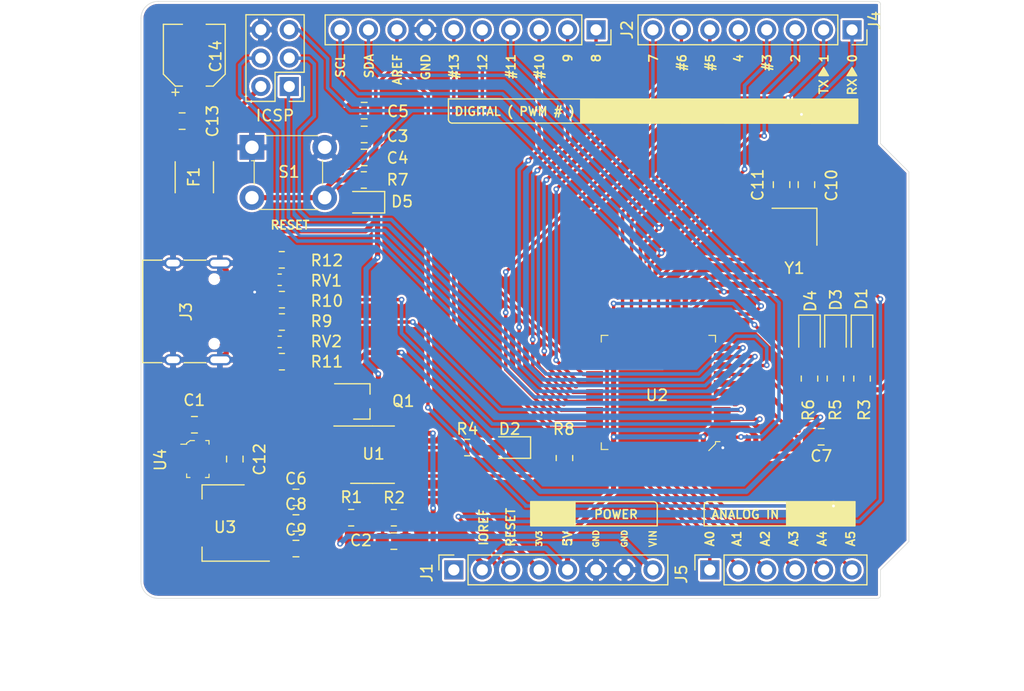
<source format=kicad_pcb>
(kicad_pcb (version 20171130) (host pcbnew "(5.1.10)-1")
  (layers (0 F.Cu signal) (31 B.Cu signal) (34 B.Paste user) (35 F.Paste user) (36 B.SilkS user) (37 F.SilkS user) (38 B.Mask user) (39 F.Mask user) (44 Edge.Cuts user))
  (net 0 "")
  (net 1 GND)
  (net 2 VDD)
  (net 3 +5V)
  (net 4 +3V3)
  (net 5 /AREF)
  (net 6 "Net-(C11-Pad1)")
  (net 7 "Net-(D2-Pad2)")
  (net 8 "Net-(D3-Pad2)")
  (net 9 "Net-(D4-Pad2)")
  (net 10 /IO12)
  (net 11 /IO11)
  (net 12 /IO10)
  (net 13 /IO9)
  (net 14 /IO8)
  (net 15 /D7)
  (net 16 /D6)
  (net 17 /D5)
  (net 18 /D4)
  (net 19 /D3)
  (net 20 /D2)
  (net 21 /RESET)
  (net 22 /D0)
  (net 23 /D1)
  (net 24 /RXLED)
  (net 25 /A5)
  (net 26 /A4)
  (net 27 /A3)
  (net 28 /A2)
  (net 29 /A1)
  (net 30 /A0)
  (net 31 /IO13)
  (net 32 /RD-)
  (net 33 /RD+)
  (net 34 /TXLED)
  (net 35 /HWB)
  (net 36 "Net-(C2-Pad1)")
  (net 37 /VIN)
  (net 38 "Net-(C7-Pad1)")
  (net 39 "Net-(C10-Pad1)")
  (net 40 "Net-(D1-Pad2)")
  (net 41 "Net-(F1-Pad1)")
  (net 42 "Net-(J3-PadB5)")
  (net 43 "Net-(J3-PadA6)")
  (net 44 "Net-(J3-PadA7)")
  (net 45 "Net-(J3-PadA5)")
  (net 46 "Net-(Q1-Pad2)")
  (net 47 "Net-(R4-Pad1)")
  (net 48 "Net-(J1-Pad1)")
  (net 49 "Net-(J3-PadA8)")
  (net 50 "Net-(J3-PadB8)")
  (net 51 /MISO)
  (net 52 /SCK)
  (net 53 /MOSI)
  (net 54 "Net-(U4-Pad4)")
  (module Crystal:Crystal_SMD_3225-4Pin_3.2x2.5mm (layer F.Cu) (at 205.682 48.0746 180)
    (fp_text reference Y1 (at 0 -3.7) (layer F.SilkS))
    (fp_text value 16Mhz)
    (pad 4 smd rect (at -1.1 -0.85 180) (size 1.4 1.2) (layers F.Cu F.Paste F.Mask))
    (pad 3 smd rect (at 1.1 -0.85 180) (size 1.4 1.2) (layers F.Cu F.Paste F.Mask))
    (pad 2 smd rect (at 1.1 0.85 180) (size 1.4 1.2) (layers F.Cu F.Paste F.Mask) (net 6 "Net-(C11-Pad1)"))
    (pad 1 smd rect (at -1.1 0.85 180) (size 1.4 1.2) (layers F.Cu F.Paste F.Mask) (net 39 "Net-(C10-Pad1)"))
  )
  (module digikey-footprints:TQFP-44_10x10mm (layer F.Cu) (at 193.52768 62.88024 180)
    (fp_text reference U2 (at 0.127 -0.254) (layer F.SilkS))
    (fp_text value ATMEGA32U4-AU)
    (pad 44 smd rect (at -4 -5.7 180) (size 0.6 1.5) (layers F.Cu F.Paste F.Mask) (net 3 +5V))
    (pad 43 smd rect (at -3.2 -5.7 180) (size 0.6 1.5) (layers F.Cu F.Paste F.Mask) (net 1 GND))
    (pad 42 smd rect (at -2.4 -5.7 180) (size 0.6 1.5) (layers F.Cu F.Paste F.Mask) (net 5 /AREF))
    (pad 41 smd rect (at -1.6 -5.7 180) (size 0.6 1.5) (layers F.Cu F.Paste F.Mask) (net 25 /A5))
    (pad 40 smd rect (at -0.8 -5.7 180) (size 0.6 1.5) (layers F.Cu F.Paste F.Mask) (net 26 /A4))
    (pad 39 smd rect (at 0 -5.7 180) (size 0.6 1.5) (layers F.Cu F.Paste F.Mask) (net 27 /A3))
    (pad 38 smd rect (at 0.8 -5.7 180) (size 0.6 1.5) (layers F.Cu F.Paste F.Mask) (net 28 /A2))
    (pad 37 smd rect (at 1.6 -5.7 180) (size 0.6 1.5) (layers F.Cu F.Paste F.Mask) (net 29 /A1))
    (pad 36 smd rect (at 2.4 -5.7 180) (size 0.6 1.5) (layers F.Cu F.Paste F.Mask) (net 30 /A0))
    (pad 35 smd rect (at 3.2 -5.7 180) (size 0.6 1.5) (layers F.Cu F.Paste F.Mask) (net 1 GND))
    (pad 34 smd rect (at 4 -5.7 180) (size 0.6 1.5) (layers F.Cu F.Paste F.Mask) (net 3 +5V))
    (pad 12 smd rect (at -4 5.7 180) (size 0.6 1.5) (layers F.Cu F.Paste F.Mask) (net 11 /IO11))
    (pad 13 smd rect (at -3.2 5.7 180) (size 0.6 1.5) (layers F.Cu F.Paste F.Mask) (net 21 /RESET))
    (pad 14 smd rect (at -2.4 5.7 180) (size 0.6 1.5) (layers F.Cu F.Paste F.Mask) (net 3 +5V))
    (pad 15 smd rect (at -1.6 5.7 180) (size 0.6 1.5) (layers F.Cu F.Paste F.Mask) (net 1 GND))
    (pad 16 smd rect (at -0.8 5.7 180) (size 0.6 1.5) (layers F.Cu F.Paste F.Mask) (net 39 "Net-(C10-Pad1)"))
    (pad 22 smd rect (at 4 5.7 180) (size 0.6 1.5) (layers F.Cu F.Paste F.Mask) (net 34 /TXLED))
    (pad 21 smd rect (at 3.2 5.7 180) (size 0.6 1.5) (layers F.Cu F.Paste F.Mask) (net 23 /D1))
    (pad 20 smd rect (at 2.4 5.7 180) (size 0.6 1.5) (layers F.Cu F.Paste F.Mask) (net 22 /D0))
    (pad 19 smd rect (at 1.6 5.7 180) (size 0.6 1.5) (layers F.Cu F.Paste F.Mask) (net 20 /D2))
    (pad 18 smd rect (at 0.8 5.7 180) (size 0.6 1.5) (layers F.Cu F.Paste F.Mask) (net 19 /D3))
    (pad 17 smd rect (at 0 5.7 180) (size 0.6 1.5) (layers F.Cu F.Paste F.Mask) (net 6 "Net-(C11-Pad1)"))
    (pad 23 smd rect (at 5.7 4 180) (size 1.5 0.6) (layers F.Cu B.Adhes F.Paste F.Mask) (net 1 GND))
    (pad 24 smd rect (at 5.7 3.2 180) (size 1.5 0.6) (layers F.Cu F.Paste F.Mask) (net 3 +5V))
    (pad 25 smd rect (at 5.7 2.4 180) (size 1.5 0.6) (layers F.Cu F.Paste F.Mask) (net 18 /D4))
    (pad 26 smd rect (at 5.7 1.6 180) (size 1.5 0.6) (layers F.Cu F.Paste F.Mask) (net 10 /IO12))
    (pad 27 smd rect (at 5.7 0.8 180) (size 1.5 0.6) (layers F.Cu F.Paste F.Mask) (net 16 /D6))
    (pad 33 smd rect (at 5.7 -4 180) (size 1.5 0.6) (layers F.Cu F.Paste F.Mask) (net 35 /HWB))
    (pad 32 smd rect (at 5.7 -3.2 180) (size 1.5 0.6) (layers F.Cu F.Paste F.Mask) (net 31 /IO13))
    (pad 31 smd rect (at 5.7 -2.4 180) (size 1.5 0.6) (layers F.Cu F.Paste F.Mask) (net 17 /D5))
    (pad 30 smd rect (at 5.7 -1.6 180) (size 1.5 0.6) (layers F.Cu F.Paste F.Mask) (net 12 /IO10))
    (pad 29 smd rect (at 5.7 -0.8 180) (size 1.5 0.6) (layers F.Cu F.Paste F.Mask) (net 13 /IO9))
    (pad 28 smd rect (at 5.7 0 180) (size 1.5 0.6) (layers F.Cu F.Paste F.Mask) (net 14 /IO8))
    (pad 11 smd rect (at -5.7 4 180) (size 1.5 0.6) (layers F.Cu F.Paste F.Mask) (net 51 /MISO))
    (pad 10 smd rect (at -5.7 3.2 180) (size 1.5 0.6) (layers F.Cu F.Paste F.Mask) (net 53 /MOSI))
    (pad 9 smd rect (at -5.7 2.4 180) (size 1.5 0.6) (layers F.Cu F.Paste F.Mask) (net 52 /SCK))
    (pad 8 smd rect (at -5.7 1.6 180) (size 1.5 0.6) (layers F.Cu F.Paste F.Mask) (net 24 /RXLED))
    (pad 7 smd rect (at -5.7 0.8 180) (size 1.5 0.6) (layers F.Cu F.Paste F.Mask) (net 2 VDD))
    (pad 1 smd rect (at -5.7 -4 180) (size 1.5 0.6) (layers F.Cu F.Paste F.Mask) (net 15 /D7))
    (pad 2 smd rect (at -5.7 -3.2 180) (size 1.5 0.6) (layers F.Cu F.Paste F.Mask) (net 3 +5V))
    (pad 3 smd rect (at -5.7 -2.4 180) (size 1.5 0.6) (layers F.Cu F.Paste F.Mask) (net 32 /RD-))
    (pad 4 smd rect (at -5.7 -1.6 180) (size 1.5 0.6) (layers F.Cu F.Paste F.Mask) (net 33 /RD+))
    (pad 5 smd rect (at -5.7 -0.8 180) (size 1.5 0.6) (layers F.Cu F.Paste F.Mask) (net 1 GND))
    (pad 6 smd rect (at -5.7 0 180) (size 1.5 0.6) (layers F.Cu F.Paste F.Mask) (net 38 "Net-(C7-Pad1)"))
  )
  (module Capacitor_SMD:C_0805_2012Metric_Pad1.18x1.45mm_HandSolder (layer F.Cu) (at 152.098 65.7708)
    (fp_text reference C1 (at -0.01804 -2.19968) (layer F.SilkS))
    (fp_text value 100n)
    (pad 2 smd roundrect (at 1.0375 0) (size 1.175 1.45) (layers F.Cu F.Paste F.Mask) (roundrect_rratio 0.212766) (net 1 GND))
    (pad 1 smd roundrect (at -1.0375 0) (size 1.175 1.45) (layers F.Cu F.Paste F.Mask) (roundrect_rratio 0.212766) (net 3 +5V))
  )
  (module Capacitor_SMD:C_0805_2012Metric_Pad1.18x1.45mm_HandSolder (layer F.Cu) (at 167.256 39.8297 180)
    (fp_text reference C3 (at -2.97988 -0.15244) (layer F.SilkS))
    (fp_text value 100n)
    (pad 2 smd roundrect (at 1.0375 0 180) (size 1.175 1.45) (layers F.Cu F.Paste F.Mask) (roundrect_rratio 0.212766) (net 1 GND))
    (pad 1 smd roundrect (at -1.0375 0 180) (size 1.175 1.45) (layers F.Cu F.Paste F.Mask) (roundrect_rratio 0.212766) (net 3 +5V))
  )
  (module Capacitor_SMD:C_0805_2012Metric_Pad1.18x1.45mm_HandSolder (layer F.Cu) (at 167.249 41.8821 180)
    (fp_text reference C4 (at -2.98688 -0.04822) (layer F.SilkS))
    (fp_text value 100n)
    (pad 1 smd roundrect (at -1.0375 0 180) (size 1.175 1.45) (layers F.Cu F.Paste F.Mask) (roundrect_rratio 0.212766) (net 3 +5V))
    (pad 2 smd roundrect (at 1.0375 0 180) (size 1.175 1.45) (layers F.Cu F.Paste F.Mask) (roundrect_rratio 0.212766) (net 1 GND))
  )
  (module Capacitor_SMD:C_0805_2012Metric_Pad1.18x1.45mm_HandSolder (layer F.Cu) (at 161.163 72.263)
    (fp_text reference C6 (at 0 -1.68) (layer F.SilkS))
    (fp_text value 10uF)
    (pad 1 smd roundrect (at -1.0375 0) (size 1.175 1.45) (layers F.Cu F.Paste F.Mask) (roundrect_rratio 0.212766) (net 37 /VIN))
    (pad 2 smd roundrect (at 1.0375 0) (size 1.175 1.45) (layers F.Cu F.Paste F.Mask) (roundrect_rratio 0.212766) (net 1 GND))
  )
  (module Capacitor_SMD:C_0805_2012Metric_Pad1.18x1.45mm_HandSolder (layer F.Cu) (at 208.05902 66.84518)
    (fp_text reference C7 (at 0.0127 1.71704) (layer F.SilkS))
    (fp_text value 1uF)
    (pad 2 smd roundrect (at 1.0375 0) (size 1.175 1.45) (layers F.Cu F.Paste F.Mask) (roundrect_rratio 0.212766) (net 1 GND))
    (pad 1 smd roundrect (at -1.0375 0) (size 1.175 1.45) (layers F.Cu F.Paste F.Mask) (roundrect_rratio 0.212766) (net 38 "Net-(C7-Pad1)"))
  )
  (module Capacitor_SMD:C_0805_2012Metric_Pad1.18x1.45mm_HandSolder (layer F.Cu) (at 161.163 74.549)
    (fp_text reference C8 (at 0 -1.68) (layer F.SilkS))
    (fp_text value 10uF)
    (pad 1 smd roundrect (at -1.0375 0) (size 1.175 1.45) (layers F.Cu F.Paste F.Mask) (roundrect_rratio 0.212766) (net 3 +5V))
    (pad 2 smd roundrect (at 1.0375 0) (size 1.175 1.45) (layers F.Cu F.Paste F.Mask) (roundrect_rratio 0.212766) (net 1 GND))
  )
  (module Capacitor_SMD:C_0805_2012Metric_Pad1.18x1.45mm_HandSolder (layer F.Cu) (at 161.163 76.835)
    (fp_text reference C9 (at 0 -1.68) (layer F.SilkS))
    (fp_text value 1uF)
    (pad 2 smd roundrect (at 1.0375 0) (size 1.175 1.45) (layers F.Cu F.Paste F.Mask) (roundrect_rratio 0.212766) (net 1 GND))
    (pad 1 smd roundrect (at -1.0375 0) (size 1.175 1.45) (layers F.Cu F.Paste F.Mask) (roundrect_rratio 0.212766) (net 3 +5V))
  )
  (module Capacitor_SMD:C_0805_2012Metric_Pad1.18x1.45mm_HandSolder (layer F.Cu) (at 206.74628 44.31286 90)
    (fp_text reference C10 (at -0.06856 2.2373 90) (layer F.SilkS))
    (fp_text value 22pF)
    (pad 1 smd roundrect (at -1.0375 0 90) (size 1.175 1.45) (layers F.Cu F.Paste F.Mask) (roundrect_rratio 0.212766) (net 39 "Net-(C10-Pad1)"))
    (pad 2 smd roundrect (at 1.0375 0 90) (size 1.175 1.45) (layers F.Cu F.Paste F.Mask) (roundrect_rratio 0.212766) (net 1 GND))
  )
  (module Capacitor_SMD:C_0805_2012Metric_Pad1.18x1.45mm_HandSolder (layer F.Cu) (at 204.52628 44.31286 90)
    (fp_text reference C11 (at -0.02284 -2.12892 90) (layer F.SilkS))
    (fp_text value 22pF)
    (pad 2 smd roundrect (at 1.0375 0 90) (size 1.175 1.45) (layers F.Cu F.Paste F.Mask) (roundrect_rratio 0.212766) (net 1 GND))
    (pad 1 smd roundrect (at -1.0375 0 90) (size 1.175 1.45) (layers F.Cu F.Paste F.Mask) (roundrect_rratio 0.212766) (net 6 "Net-(C11-Pad1)"))
  )
  (module Capacitor_SMD:C_0805_2012Metric_Pad1.18x1.45mm_HandSolder (layer F.Cu) (at 155.702 68.834 270)
    (fp_text reference C12 (at 0.02794 -2.2098 90) (layer F.SilkS))
    (fp_text value 1uF)
    (pad 2 smd roundrect (at 1.0375 0 270) (size 1.175 1.45) (layers F.Cu F.Paste F.Mask) (roundrect_rratio 0.212766) (net 1 GND))
    (pad 1 smd roundrect (at -1.0375 0 270) (size 1.175 1.45) (layers F.Cu F.Paste F.Mask) (roundrect_rratio 0.212766) (net 4 +3V3))
  )
  (module Capacitor_SMD:C_0805_2012Metric_Pad1.18x1.45mm_HandSolder (layer F.Cu) (at 150.99792 38.63594 180)
    (fp_text reference C13 (at -2.71272 0 90) (layer F.SilkS))
    (fp_text value 100n)
    (pad 1 smd roundrect (at -1.0375 0 180) (size 1.175 1.45) (layers F.Cu F.Paste F.Mask) (roundrect_rratio 0.212766) (net 2 VDD))
    (pad 2 smd roundrect (at 1.0375 0 180) (size 1.175 1.45) (layers F.Cu F.Paste F.Mask) (roundrect_rratio 0.212766) (net 1 GND))
  )
  (module LED_SMD:LED_0805_2012Metric_Pad1.15x1.40mm_HandSolder (layer F.Cu) (at 180.2548 67.80784 180)
    (fp_text reference D2 (at 0.00624 1.66116) (layer F.SilkS))
    (fp_text value L)
    (pad 1 smd roundrect (at -1.025 0 180) (size 1.15 1.4) (layers F.Cu F.Paste F.Mask) (roundrect_rratio 0.217391) (net 1 GND))
    (pad 2 smd roundrect (at 1.025 0 180) (size 1.15 1.4) (layers F.Cu F.Paste F.Mask) (roundrect_rratio 0.217391) (net 7 "Net-(D2-Pad2)"))
  )
  (module LED_SMD:LED_0805_2012Metric_Pad1.15x1.40mm_HandSolder (layer F.Cu) (at 209.33664 57.83326 270)
    (fp_text reference D3 (at -3.230571 -0.03556 90) (layer F.SilkS))
    (fp_text value RX)
    (pad 2 smd roundrect (at 1.025 0 270) (size 1.15 1.4) (layers F.Cu F.Paste F.Mask) (roundrect_rratio 0.217391) (net 8 "Net-(D3-Pad2)"))
    (pad 1 smd roundrect (at -1.025 0 270) (size 1.15 1.4) (layers F.Cu F.Paste F.Mask) (roundrect_rratio 0.217391) (net 1 GND))
  )
  (module LED_SMD:LED_0805_2012Metric_Pad1.15x1.40mm_HandSolder (layer F.Cu) (at 207.02016 57.83326 270)
    (fp_text reference D4 (at -3.111524 -0.08128 90) (layer F.SilkS))
    (fp_text value TX)
    (pad 2 smd roundrect (at 1.025 0 270) (size 1.15 1.4) (layers F.Cu F.Paste F.Mask) (roundrect_rratio 0.217391) (net 9 "Net-(D4-Pad2)"))
    (pad 1 smd roundrect (at -1.025 0 270) (size 1.15 1.4) (layers F.Cu F.Paste F.Mask) (roundrect_rratio 0.217391) (net 1 GND))
  )
  (module LED_SMD:LED_0805_2012Metric_Pad1.15x1.40mm_HandSolder (layer F.Cu) (at 167.225 45.8851 180)
    (fp_text reference D5 (at -3.4122 0.05842) (layer F.SilkS))
    (fp_text value LED)
    (pad 2 smd roundrect (at 1.025 0 180) (size 1.15 1.4) (layers F.Cu F.Paste F.Mask) (roundrect_rratio 0.217391) (net 21 /RESET))
    (pad 1 smd roundrect (at -1.025 0 180) (size 1.15 1.4) (layers F.Cu F.Paste F.Mask) (roundrect_rratio 0.217391) (net 3 +5V))
  )
  (module Resistor_SMD:R_0805_2012Metric_Pad1.20x1.40mm_HandSolder (layer F.Cu) (at 166.09364 74.0766)
    (fp_text reference R1 (at 0.01728 -1.83392) (layer F.SilkS))
    (fp_text value 10K)
    (pad 1 smd roundrect (at -1 0) (size 1.2 1.4) (layers F.Cu F.Paste F.Mask) (roundrect_rratio 0.208333) (net 37 /VIN))
    (pad 2 smd roundrect (at 1 0) (size 1.2 1.4) (layers F.Cu F.Paste F.Mask) (roundrect_rratio 0.208333) (net 36 "Net-(C2-Pad1)"))
  )
  (module Resistor_SMD:R_0805_2012Metric_Pad1.20x1.40mm_HandSolder (layer F.Cu) (at 169.90364 74.0766)
    (fp_text reference R2 (at 0.02744 -1.79328) (layer F.SilkS))
    (fp_text value 10K)
    (pad 2 smd roundrect (at 1 0) (size 1.2 1.4) (layers F.Cu F.Paste F.Mask) (roundrect_rratio 0.208333) (net 1 GND))
    (pad 1 smd roundrect (at -1 0) (size 1.2 1.4) (layers F.Cu F.Paste F.Mask) (roundrect_rratio 0.208333) (net 36 "Net-(C2-Pad1)"))
  )
  (module Resistor_SMD:R_0805_2012Metric_Pad1.20x1.40mm_HandSolder (layer F.Cu) (at 211.71154 61.64326 90)
    (fp_text reference R3 (at -2.80924 0.20066 90) (layer F.SilkS))
    (fp_text value 1K)
    (pad 1 smd roundrect (at -1 0 90) (size 1.2 1.4) (layers F.Cu F.Paste F.Mask) (roundrect_rratio 0.208333) (net 3 +5V))
    (pad 2 smd roundrect (at 1 0 90) (size 1.2 1.4) (layers F.Cu F.Paste F.Mask) (roundrect_rratio 0.208333) (net 40 "Net-(D1-Pad2)"))
  )
  (module Resistor_SMD:R_0805_2012Metric_Pad1.20x1.40mm_HandSolder (layer F.Cu) (at 176.4538 67.80784)
    (fp_text reference R4 (at 0.01524 -1.66116) (layer F.SilkS))
    (fp_text value 1K)
    (pad 2 smd roundrect (at 1 0) (size 1.2 1.4) (layers F.Cu F.Paste F.Mask) (roundrect_rratio 0.208333) (net 7 "Net-(D2-Pad2)"))
    (pad 1 smd roundrect (at -1 0) (size 1.2 1.4) (layers F.Cu F.Paste F.Mask) (roundrect_rratio 0.208333) (net 47 "Net-(R4-Pad1)"))
  )
  (module Resistor_SMD:R_0805_2012Metric_Pad1.20x1.40mm_HandSolder (layer F.Cu) (at 209.33664 61.64326 90)
    (fp_text reference R5 (at -2.80924 -0.004234 90) (layer F.SilkS))
    (fp_text value 1K)
    (pad 1 smd roundrect (at -1 0 90) (size 1.2 1.4) (layers F.Cu F.Paste F.Mask) (roundrect_rratio 0.208333) (net 24 /RXLED))
    (pad 2 smd roundrect (at 1 0 90) (size 1.2 1.4) (layers F.Cu F.Paste F.Mask) (roundrect_rratio 0.208333) (net 8 "Net-(D3-Pad2)"))
  )
  (module Resistor_SMD:R_0805_2012Metric_Pad1.20x1.40mm_HandSolder (layer F.Cu) (at 207.02016 61.64326 90)
    (fp_text reference R6 (at -2.80924 -0.10668 90) (layer F.SilkS))
    (fp_text value 1K)
    (pad 2 smd roundrect (at 1 0 90) (size 1.2 1.4) (layers F.Cu F.Paste F.Mask) (roundrect_rratio 0.208333) (net 9 "Net-(D4-Pad2)"))
    (pad 1 smd roundrect (at -1 0 90) (size 1.2 1.4) (layers F.Cu F.Paste F.Mask) (roundrect_rratio 0.208333) (net 34 /TXLED))
  )
  (module Resistor_SMD:R_0805_2012Metric_Pad1.20x1.40mm_HandSolder (layer F.Cu) (at 167.224 43.8963 180)
    (fp_text reference R7 (at -3.01188 0.0178) (layer F.SilkS))
    (fp_text value R)
    (pad 2 smd roundrect (at 1 0 180) (size 1.2 1.4) (layers F.Cu F.Paste F.Mask) (roundrect_rratio 0.208333) (net 21 /RESET))
    (pad 1 smd roundrect (at -1 0 180) (size 1.2 1.4) (layers F.Cu F.Paste F.Mask) (roundrect_rratio 0.208333) (net 3 +5V))
  )
  (module Resistor_SMD:R_0805_2012Metric_Pad1.20x1.40mm_HandSolder (layer F.Cu) (at 185.13806 68.7451 270)
    (fp_text reference R8 (at -2.5781 0.05334 180) (layer F.SilkS))
    (fp_text value 10K)
    (pad 2 smd roundrect (at 1 0 270) (size 1.2 1.4) (layers F.Cu F.Paste F.Mask) (roundrect_rratio 0.208333) (net 1 GND))
    (pad 1 smd roundrect (at -1 0 270) (size 1.2 1.4) (layers F.Cu F.Paste F.Mask) (roundrect_rratio 0.208333) (net 35 /HWB))
  )
  (module Resistor_SMD:R_0805_2012Metric_Pad1.20x1.40mm_HandSolder (layer F.Cu) (at 159.906 56.5887 180)
    (fp_text reference R9 (at -3.541789 0.06862) (layer F.SilkS))
    (fp_text value 22)
    (pad 2 smd roundrect (at 1 0 180) (size 1.2 1.4) (layers F.Cu F.Paste F.Mask) (roundrect_rratio 0.208333) (net 43 "Net-(J3-PadA6)"))
    (pad 1 smd roundrect (at -1 0 180) (size 1.2 1.4) (layers F.Cu F.Paste F.Mask) (roundrect_rratio 0.208333) (net 33 /RD+))
  )
  (module Resistor_SMD:R_0805_2012Metric_Pad1.20x1.40mm_HandSolder (layer F.Cu) (at 159.906 54.5897 180)
    (fp_text reference R10 (at -4.01798 -0.1219) (layer F.SilkS))
    (fp_text value 22)
    (pad 1 smd roundrect (at -1 0 180) (size 1.2 1.4) (layers F.Cu F.Paste F.Mask) (roundrect_rratio 0.208333) (net 32 /RD-))
    (pad 2 smd roundrect (at 1 0 180) (size 1.2 1.4) (layers F.Cu F.Paste F.Mask) (roundrect_rratio 0.208333) (net 44 "Net-(J3-PadA7)"))
  )
  (module Resistor_SMD:R_0805_2012Metric_Pad1.20x1.40mm_HandSolder (layer F.Cu) (at 159.906 60.132 180)
    (fp_text reference R11 (at -4.01798 -0.00504) (layer F.SilkS))
    (fp_text value 5K1)
    (pad 1 smd roundrect (at -1 0 180) (size 1.2 1.4) (layers F.Cu F.Paste F.Mask) (roundrect_rratio 0.208333) (net 1 GND))
    (pad 2 smd roundrect (at 1 0 180) (size 1.2 1.4) (layers F.Cu F.Paste F.Mask) (roundrect_rratio 0.208333) (net 42 "Net-(J3-PadB5)"))
  )
  (module digikey-footprints:Switch_Tactile_THT_6x6mm (layer F.Cu) (at 157.231 40.9762)
    (fp_text reference S1 (at 3.31224 2.19618) (layer F.SilkS))
    (fp_text value 1825910-6)
    (pad 1 thru_hole rect (at 0 0) (size 2.2 2.2) (drill 1.2) (layers *.Cu *.Mask) (net 1 GND))
    (pad 2 thru_hole circle (at 6.5 0) (size 2.2 2.2) (drill 1.2) (layers *.Cu *.Mask) (net 1 GND))
    (pad 4 thru_hole circle (at 6.5 4.5) (size 2.2 2.2) (drill 1.2) (layers *.Cu *.Mask) (net 21 /RESET))
    (pad 3 thru_hole circle (at 0 4.5) (size 2.2 2.2) (drill 1.2) (layers *.Cu *.Mask) (net 21 /RESET))
  )
  (module Capacitor_SMD:C_0805_2012Metric_Pad1.18x1.45mm_HandSolder (layer F.Cu) (at 169.90364 76.167)
    (fp_text reference C2 (at -2.9342 -0.06352 180) (layer F.SilkS))
    (fp_text value 100n)
    (pad 1 smd roundrect (at -1.0375 0) (size 1.175 1.45) (layers F.Cu F.Paste F.Mask) (roundrect_rratio 0.212766) (net 36 "Net-(C2-Pad1)"))
    (pad 2 smd roundrect (at 1.0375 0) (size 1.175 1.45) (layers F.Cu F.Paste F.Mask) (roundrect_rratio 0.212766) (net 1 GND))
  )
  (module Capacitor_SMD:C_0805_2012Metric_Pad1.18x1.45mm_HandSolder (layer F.Cu) (at 167.25392 37.69868 180)
    (fp_text reference C5 (at -3.02006 -0.06604) (layer F.SilkS))
    (fp_text value 100n)
    (pad 2 smd roundrect (at 1.0375 0 180) (size 1.175 1.45) (layers F.Cu F.Paste F.Mask) (roundrect_rratio 0.212766) (net 1 GND))
    (pad 1 smd roundrect (at -1.0375 0 180) (size 1.175 1.45) (layers F.Cu F.Paste F.Mask) (roundrect_rratio 0.212766) (net 5 /AREF))
  )
  (module Capacitor_SMD:CP_Elec_5x3 (layer F.Cu) (at 152.08504 32.74568 90)
    (fp_text reference C14 (at -0.0991 1.90756 90) (layer F.SilkS))
    (fp_text value 22uF)
    (pad 1 smd roundrect (at -2.2 0 90) (size 3 1.6) (layers F.Cu F.Paste F.Mask) (roundrect_rratio 0.15625) (net 2 VDD))
    (pad 2 smd roundrect (at 2.2 0 90) (size 3 1.6) (layers F.Cu F.Paste F.Mask) (roundrect_rratio 0.15625) (net 1 GND))
  )
  (module LED_SMD:LED_0805_2012Metric_Pad1.15x1.40mm_HandSolder (layer F.Cu) (at 211.71154 57.83326 270)
    (fp_text reference D1 (at -3.302 0.05588 90) (layer F.SilkS))
    (fp_text value ON)
    (pad 2 smd roundrect (at 1.025 0 270) (size 1.15 1.4) (layers F.Cu F.Paste F.Mask) (roundrect_rratio 0.217391) (net 40 "Net-(D1-Pad2)"))
    (pad 1 smd roundrect (at -1.025 0 270) (size 1.15 1.4) (layers F.Cu F.Paste F.Mask) (roundrect_rratio 0.217391) (net 1 GND))
  )
  (module Fuse:Fuse_1812_4532Metric_Pad1.30x3.40mm_HandSolder (layer F.Cu) (at 152.088 43.6524 90)
    (fp_text reference F1 (at 0.02282 -0.04868 90) (layer F.SilkS))
    (fp_text value Fuse)
    (pad 1 smd roundrect (at -2.225 0 90) (size 1.3 3.4) (layers F.Cu F.Paste F.Mask) (roundrect_rratio 0.192308) (net 41 "Net-(F1-Pad1)"))
    (pad 2 smd roundrect (at 2.225 0 90) (size 1.3 3.4) (layers F.Cu F.Paste F.Mask) (roundrect_rratio 0.192308) (net 2 VDD))
  )
  (module Connector_PinSocket_2.54mm:PinSocket_1x08_P2.54mm_Vertical (layer F.Cu) (at 175.26 78.74 90)
    (fp_text reference J1 (at -0.254 -2.413 90) (layer F.SilkS))
    (fp_text value Conn_01x08_Female)
    (pad 8 thru_hole oval (at 0 17.78 90) (size 1.7 1.7) (drill 1) (layers *.Cu *.Mask) (net 37 /VIN))
    (pad 7 thru_hole oval (at 0 15.24 90) (size 1.7 1.7) (drill 1) (layers *.Cu *.Mask) (net 1 GND))
    (pad 6 thru_hole oval (at 0 12.7 90) (size 1.7 1.7) (drill 1) (layers *.Cu *.Mask) (net 1 GND))
    (pad 5 thru_hole oval (at 0 10.16 90) (size 1.7 1.7) (drill 1) (layers *.Cu *.Mask) (net 3 +5V))
    (pad 4 thru_hole oval (at 0 7.62 90) (size 1.7 1.7) (drill 1) (layers *.Cu *.Mask) (net 4 +3V3))
    (pad 3 thru_hole oval (at 0 5.08 90) (size 1.7 1.7) (drill 1) (layers *.Cu *.Mask) (net 21 /RESET))
    (pad 2 thru_hole oval (at 0 2.54 90) (size 1.7 1.7) (drill 1) (layers *.Cu *.Mask) (net 3 +5V))
    (pad 1 thru_hole rect (at 0 0 90) (size 1.7 1.7) (drill 1) (layers *.Cu *.Mask) (net 48 "Net-(J1-Pad1)"))
  )
  (module Connector_PinSocket_2.54mm:PinSocket_1x10_P2.54mm_Vertical (layer F.Cu) (at 187.96 30.48 270)
    (fp_text reference J2 (at 0 -2.77 90) (layer F.SilkS))
    (fp_text value Conn_01x10_Female)
    (pad 1 thru_hole rect (at 0 0 270) (size 1.7 1.7) (drill 1) (layers *.Cu *.Mask) (net 14 /IO8))
    (pad 2 thru_hole oval (at 0 2.54 270) (size 1.7 1.7) (drill 1) (layers *.Cu *.Mask) (net 13 /IO9))
    (pad 3 thru_hole oval (at 0 5.08 270) (size 1.7 1.7) (drill 1) (layers *.Cu *.Mask) (net 12 /IO10))
    (pad 4 thru_hole oval (at 0 7.62 270) (size 1.7 1.7) (drill 1) (layers *.Cu *.Mask) (net 11 /IO11))
    (pad 5 thru_hole oval (at 0 10.16 270) (size 1.7 1.7) (drill 1) (layers *.Cu *.Mask) (net 10 /IO12))
    (pad 6 thru_hole oval (at 0 12.7 270) (size 1.7 1.7) (drill 1) (layers *.Cu *.Mask) (net 31 /IO13))
    (pad 7 thru_hole oval (at 0 15.24 270) (size 1.7 1.7) (drill 1) (layers *.Cu *.Mask) (net 1 GND))
    (pad 8 thru_hole oval (at 0 17.78 270) (size 1.7 1.7) (drill 1) (layers *.Cu *.Mask) (net 5 /AREF))
    (pad 9 thru_hole oval (at 0 20.32 270) (size 1.7 1.7) (drill 1) (layers *.Cu *.Mask) (net 20 /D2))
    (pad 10 thru_hole oval (at 0 22.86 270) (size 1.7 1.7) (drill 1) (layers *.Cu *.Mask) (net 19 /D3))
  )
  (module Connector_USB:USB_C_Receptacle_XKB_U262-16XN-4BVC11 (layer F.Cu) (at 151.26 55.6412 270)
    (fp_text reference J3 (at 0.02794 -0.09144 90) (layer F.SilkS))
    (fp_text value USB_C_Receptacle_USB2.0)
    (pad S1 thru_hole oval (at -4.32 -3.105 270) (size 1 2.1) (drill oval 0.6 1.7) (layers *.Cu *.Mask) (net 1 GND))
    (pad S1 thru_hole oval (at 4.32 -3.105 270) (size 1 2.1) (drill oval 0.6 1.7) (layers *.Cu *.Mask) (net 1 GND))
    (pad S1 thru_hole oval (at -4.32 1.075 270) (size 1 1.6) (drill oval 0.6 1.2) (layers *.Cu *.Mask) (net 1 GND))
    (pad S1 thru_hole oval (at 4.32 1.075 270) (size 1 1.6) (drill oval 0.6 1.2) (layers *.Cu *.Mask) (net 1 GND))
    (pad "" np_thru_hole circle (at 2.89 -2.605 270) (size 0.65 0.65) (drill 0.65) (layers *.Cu *.Mask))
    (pad "" np_thru_hole circle (at -2.89 -2.605 270) (size 0.65 0.65) (drill 0.65) (layers *.Cu *.Mask))
    (pad B1 smd rect (at 3.05 -3.67 270) (size 0.3 1.15) (layers F.Cu F.Paste F.Mask) (net 1 GND))
    (pad B4 smd rect (at 2.25 -3.67 270) (size 0.3 1.15) (layers F.Cu F.Paste F.Mask) (net 41 "Net-(F1-Pad1)"))
    (pad B5 smd rect (at 1.75 -3.67 270) (size 0.3 1.15) (layers F.Cu F.Paste F.Mask) (net 42 "Net-(J3-PadB5)"))
    (pad A8 smd rect (at 1.25 -3.67 270) (size 0.3 1.15) (layers F.Cu F.Paste F.Mask) (net 49 "Net-(J3-PadA8)"))
    (pad B6 smd rect (at 0.75 -3.67 270) (size 0.3 1.15) (layers F.Cu F.Paste F.Mask) (net 43 "Net-(J3-PadA6)"))
    (pad A7 smd rect (at 0.25 -3.67 270) (size 0.3 1.15) (layers F.Cu F.Paste F.Mask) (net 44 "Net-(J3-PadA7)"))
    (pad A6 smd rect (at -0.25 -3.67 270) (size 0.3 1.15) (layers F.Cu F.Paste F.Mask) (net 43 "Net-(J3-PadA6)"))
    (pad B7 smd rect (at -0.75 -3.67 270) (size 0.3 1.15) (layers F.Cu F.Paste F.Mask) (net 44 "Net-(J3-PadA7)"))
    (pad A5 smd rect (at -1.25 -3.67 270) (size 0.3 1.15) (layers F.Cu F.Paste F.Mask) (net 45 "Net-(J3-PadA5)"))
    (pad B8 smd rect (at -1.75 -3.67 270) (size 0.3 1.15) (layers F.Cu F.Paste F.Mask) (net 50 "Net-(J3-PadB8)"))
    (pad A4 smd rect (at -2.55 -3.67 270) (size 0.3 1.15) (layers F.Cu F.Paste F.Mask) (net 41 "Net-(F1-Pad1)"))
    (pad A1 smd rect (at -3.35 -3.67 270) (size 0.3 1.15) (layers F.Cu F.Paste F.Mask) (net 1 GND))
    (pad B12 smd rect (at -3.05 -3.67 270) (size 0.3 1.15) (layers F.Cu F.Paste F.Mask) (net 1 GND))
    (pad B9 smd rect (at -2.25 -3.67 270) (size 0.3 1.15) (layers F.Cu F.Paste F.Mask) (net 41 "Net-(F1-Pad1)"))
    (pad A9 smd rect (at 2.55 -3.67 270) (size 0.3 1.15) (layers F.Cu F.Paste F.Mask) (net 41 "Net-(F1-Pad1)"))
    (pad A12 smd rect (at 3.35 -3.67 270) (size 0.3 1.15) (layers F.Cu F.Paste F.Mask) (net 1 GND))
  )
  (module Connector_PinSocket_2.54mm:PinSocket_1x06_P2.54mm_Vertical (layer F.Cu) (at 198.12 78.74 90)
    (fp_text reference J5 (at -0.381 -2.54 90) (layer F.SilkS))
    (fp_text value Conn_01x06_Female)
    (pad 6 thru_hole oval (at 0 12.7 90) (size 1.7 1.7) (drill 1) (layers *.Cu *.Mask) (net 25 /A5))
    (pad 5 thru_hole oval (at 0 10.16 90) (size 1.7 1.7) (drill 1) (layers *.Cu *.Mask) (net 26 /A4))
    (pad 4 thru_hole oval (at 0 7.62 90) (size 1.7 1.7) (drill 1) (layers *.Cu *.Mask) (net 27 /A3))
    (pad 3 thru_hole oval (at 0 5.08 90) (size 1.7 1.7) (drill 1) (layers *.Cu *.Mask) (net 28 /A2))
    (pad 2 thru_hole oval (at 0 2.54 90) (size 1.7 1.7) (drill 1) (layers *.Cu *.Mask) (net 29 /A1))
    (pad 1 thru_hole rect (at 0 0 90) (size 1.7 1.7) (drill 1) (layers *.Cu *.Mask) (net 30 /A0))
  )
  (module Package_TO_SOT_SMD:SOT-23_Handsoldering (layer F.Cu) (at 167.01768 63.68544)
    (fp_text reference Q1 (at 3.72874 -0.0305) (layer F.SilkS))
    (fp_text value Q_PMOS_DGS)
    (pad 3 smd rect (at 1.5 0) (size 1.9 0.8) (layers F.Cu F.Paste F.Mask) (net 3 +5V))
    (pad 2 smd rect (at -1.5 0.95) (size 1.9 0.8) (layers F.Cu F.Paste F.Mask) (net 46 "Net-(Q1-Pad2)"))
    (pad 1 smd rect (at -1.5 -0.95) (size 1.9 0.8) (layers F.Cu F.Paste F.Mask) (net 2 VDD))
  )
  (module Resistor_SMD:R_0805_2012Metric_Pad1.20x1.40mm_HandSolder (layer F.Cu) (at 159.896 51.0311 180)
    (fp_text reference R12 (at -4.02798 -0.06354) (layer F.SilkS))
    (fp_text value 5K1)
    (pad 1 smd roundrect (at -1 0 180) (size 1.2 1.4) (layers F.Cu F.Paste F.Mask) (roundrect_rratio 0.208333) (net 1 GND))
    (pad 2 smd roundrect (at 1 0 180) (size 1.2 1.4) (layers F.Cu F.Paste F.Mask) (roundrect_rratio 0.208333) (net 45 "Net-(J3-PadA5)"))
  )
  (module Capacitor_SMD:C_0603_1608Metric_Pad1.08x0.95mm_HandSolder (layer F.Cu) (at 159.708 52.8142)
    (fp_text reference RV1 (at 4.168361 0.08892) (layer F.SilkS))
    (fp_text value Varistor)
    (pad 1 smd roundrect (at -0.8625 0) (size 1.075 0.95) (layers F.Cu F.Paste F.Mask) (net 44 "Net-(J3-PadA7)"))
    (pad 2 smd roundrect (at 0.8625 0) (size 1.075 0.95) (layers F.Cu F.Paste F.Mask) (net 1 GND))
  )
  (module Capacitor_SMD:C_0603_1608Metric_Pad1.08x0.95mm_HandSolder (layer F.Cu) (at 159.708 58.3641)
    (fp_text reference RV2 (at 4.168361 -0.03554) (layer F.SilkS))
    (fp_text value Varistor)
    (pad 2 smd roundrect (at 0.8625 0) (size 1.075 0.95) (layers F.Cu F.Paste F.Mask) (net 1 GND))
    (pad 1 smd roundrect (at -0.8625 0) (size 1.075 0.95) (layers F.Cu F.Paste F.Mask) (net 43 "Net-(J3-PadA6)"))
  )
  (module Package_SO:SOIC-8_3.9x4.9mm_P1.27mm (layer F.Cu) (at 168.00068 68.44284)
    (fp_text reference U1 (at 0.09398 -0.07112) (layer F.SilkS))
    (fp_text value LMV358)
    (pad 8 smd roundrect (at 2.475 -1.905) (size 1.95 0.6) (layers F.Cu F.Paste F.Mask) (net 3 +5V))
    (pad 7 smd roundrect (at 2.475 -0.635) (size 1.95 0.6) (layers F.Cu F.Paste F.Mask) (net 47 "Net-(R4-Pad1)"))
    (pad 6 smd roundrect (at 2.475 0.635) (size 1.95 0.6) (layers F.Cu F.Paste F.Mask) (net 47 "Net-(R4-Pad1)"))
    (pad 5 smd roundrect (at 2.475 1.905) (size 1.95 0.6) (layers F.Cu F.Paste F.Mask) (net 31 /IO13))
    (pad 4 smd roundrect (at -2.475 1.905) (size 1.95 0.6) (layers F.Cu F.Paste F.Mask) (net 1 GND))
    (pad 3 smd roundrect (at -2.475 0.635) (size 1.95 0.6) (layers F.Cu F.Paste F.Mask) (net 36 "Net-(C2-Pad1)"))
    (pad 2 smd roundrect (at -2.475 -0.635) (size 1.95 0.6) (layers F.Cu F.Paste F.Mask) (net 4 +3V3))
    (pad 1 smd roundrect (at -2.475 -1.905) (size 1.95 0.6) (layers F.Cu F.Paste F.Mask) (net 46 "Net-(Q1-Pad2)"))
  )
  (module Package_TO_SOT_SMD:SOT-223-3_TabPin2 (layer F.Cu) (at 154.686 74.549 180)
    (fp_text reference U3 (at -0.1524 -0.37084) (layer F.SilkS))
    (fp_text value NCP1117-5.0_SOT223)
    (pad 2 smd rect (at 3.15 0 180) (size 2 3.8) (layers F.Cu F.Paste F.Mask) (net 3 +5V))
    (pad 2 smd rect (at -3.15 0 180) (size 2 1.5) (layers F.Cu F.Paste F.Mask) (net 3 +5V))
    (pad 3 smd rect (at -3.15 2.3 180) (size 2 1.5) (layers F.Cu F.Paste F.Mask) (net 37 /VIN))
    (pad 1 smd rect (at -3.15 -2.3 180) (size 2 1.5) (layers F.Cu F.Paste F.Mask) (net 1 GND))
  )
  (module digikey-footprints:SOT-753 (layer F.Cu) (at 152.4 68.834 270)
    (fp_text reference U4 (at 0.07366 3.34772 90) (layer F.SilkS))
    (fp_text value LP2985-33DBVR)
    (pad 5 smd rect (at -0.95 -1.35 270) (size 0.6 1.05) (layers F.Cu F.Paste F.Mask) (net 4 +3V3))
    (pad 4 smd rect (at 0.95 -1.35 270) (size 0.6 1.05) (layers F.Cu F.Paste F.Mask) (net 54 "Net-(U4-Pad4)"))
    (pad 3 smd rect (at 0.95 1.35 270) (size 0.6 1.05) (layers F.Cu F.Paste F.Mask) (net 3 +5V))
    (pad 2 smd rect (at 0 1.35 270) (size 0.6 1.05) (layers F.Cu F.Paste F.Mask) (net 1 GND))
    (pad 1 smd rect (at -0.95 1.35 270) (size 0.6 1.05) (layers F.Cu F.Paste F.Mask) (net 3 +5V))
  )
  (module Connector_PinSocket_2.54mm:PinSocket_1x08_P2.54mm_Vertical (layer F.Cu) (at 210.82 30.48 270)
    (fp_text reference J4 (at -0.8382 -2.0066 90) (layer F.SilkS))
    (fp_text value Conn_01x08_Female)
    (pad 8 thru_hole oval (at 0 17.78 270) (size 1.7 1.7) (drill 1) (layers *.Cu *.Mask) (net 15 /D7))
    (pad 7 thru_hole oval (at 0 15.24 270) (size 1.7 1.7) (drill 1) (layers *.Cu *.Mask) (net 16 /D6))
    (pad 6 thru_hole oval (at 0 12.7 270) (size 1.7 1.7) (drill 1) (layers *.Cu *.Mask) (net 17 /D5))
    (pad 5 thru_hole oval (at 0 10.16 270) (size 1.7 1.7) (drill 1) (layers *.Cu *.Mask) (net 18 /D4))
    (pad 4 thru_hole oval (at 0 7.62 270) (size 1.7 1.7) (drill 1) (layers *.Cu *.Mask) (net 19 /D3))
    (pad 3 thru_hole oval (at 0 5.08 270) (size 1.7 1.7) (drill 1) (layers *.Cu *.Mask) (net 20 /D2))
    (pad 2 thru_hole oval (at 0 2.54 270) (size 1.7 1.7) (drill 1) (layers *.Cu *.Mask) (net 23 /D1))
    (pad 1 thru_hole rect (at 0 0 270) (size 1.7 1.7) (drill 1) (layers *.Cu *.Mask) (net 22 /D0))
  )
  (module Connector_PinHeader_2.54mm:PinHeader_2x03_P2.54mm_Vertical (layer F.Cu) (at 160.5661 35.54222 180)
    (fp_text reference ICSP (at 1.27254 -2.6035) (layer F.SilkS))
    (fp_text value Conn_02x03_Odd_Even)
    (pad 6 thru_hole oval (at 2.54 5.08 180) (size 1.7 1.7) (drill 1) (layers *.Cu *.Mask) (net 1 GND))
    (pad 5 thru_hole oval (at 0 5.08 180) (size 1.7 1.7) (drill 1) (layers *.Cu *.Mask) (net 21 /RESET))
    (pad 4 thru_hole oval (at 2.54 2.54 180) (size 1.7 1.7) (drill 1) (layers *.Cu *.Mask) (net 53 /MOSI))
    (pad 3 thru_hole oval (at 0 2.54 180) (size 1.7 1.7) (drill 1) (layers *.Cu *.Mask) (net 52 /SCK))
    (pad 2 thru_hole oval (at 2.54 0 180) (size 1.7 1.7) (drill 1) (layers *.Cu *.Mask) (net 3 +5V))
    (pad 1 thru_hole rect (at 0 0 180) (size 1.7 1.7) (drill 1) (layers *.Cu *.Mask) (net 51 /MISO))
  )
  (gr_poly (pts (xy 211.33562 38.84041) (xy 186.63412 38.82136) (xy 186.63412 36.66744) (xy 211.33562 36.67379)) (layer F.SilkS) (width 0.1))
  (gr_poly (pts (xy 186.09056 74.79538) (xy 182.11292 74.78522) (xy 182.11292 72.6313) (xy 186.09056 72.62876)) (layer F.SilkS) (width 0.1))
  (gr_poly (pts (xy 211.09178 74.79919) (xy 204.97292 74.78776) (xy 204.97292 72.63384) (xy 211.09178 72.63257)) (layer F.SilkS) (width 0.1))
  (gr_arc (start 148.844 29.464) (end 148.844 27.94) (angle -90) (layer Edge.Cuts) (width 0.05))
  (gr_arc (start 148.844 79.756) (end 147.32 79.756) (angle -90) (layer Edge.Cuts) (width 0.05))
  (gr_arc (start 213.106 28.194) (end 213.36 28.194) (angle -90) (layer Edge.Cuts) (width 0.05))
  (gr_arc (start 213.106 81.026) (end 213.106 81.28) (angle -90) (layer Edge.Cuts) (width 0.05))
  (gr_text RESET (at 160.6296 47.9298) (layer F.SilkS) (effects (font (size 0.762 0.762))))
  (gr_arc (start 175.1076 38.481) (end 174.7774 38.481) (angle -90) (layer F.SilkS) (width 0.12))
  (gr_line (start 186.5884 36.6776) (end 186.5884 38.8112) (layer F.SilkS) (width 0.12))
  (gr_line (start 186.5884 38.8112) (end 175.1076 38.8112) (layer F.SilkS) (width 0.12))
  (gr_line (start 174.7774 38.481) (end 174.7774 36.6522) (layer F.SilkS) (width 0.12))
  (gr_text "DIGITAL ( PWM # )" (at 180.6956 37.7698) (layer F.SilkS) (effects (font (size 0.762 0.762))))
  (gr_line (start 211.3026 36.6776) (end 174.7774 36.6522) (layer F.SilkS) (width 0.12))
  (gr_arc (start 197.9422 72.9742) (end 197.9422 72.644) (angle -90) (layer F.SilkS) (width 0.12))
  (gr_arc (start 193.0908 72.97166) (end 193.421 72.97166) (angle -90) (layer F.SilkS) (width 0.12))
  (gr_poly (pts (xy 208.72196 34.57956) (xy 207.8355 34.57956) (xy 208.29016 33.83026)) (layer F.SilkS) (width 0.1))
  (gr_poly (pts (xy 211.24926 34.57956) (xy 210.3628 34.57956) (xy 210.81746 33.83026)) (layer F.SilkS) (width 0.1))
  (gr_text RX (at 210.83778 35.5727 90) (layer F.SilkS) (effects (font (size 0.762 0.762))))
  (gr_text TX (at 208.300682 35.5727 90) (layer F.SilkS) (effects (font (size 0.762 0.762))))
  (gr_text SCL (at 165.135197 33.694189 90) (layer F.SilkS) (effects (font (size 0.762 0.762))))
  (gr_text SDA (at 167.703137 33.712332 90) (layer F.SilkS) (effects (font (size 0.762 0.762))))
  (gr_text "#10\n" (at 182.906125 33.748618 90) (layer F.SilkS) (effects (font (size 0.762 0.762))))
  (gr_text "#11\n" (at 180.369028 33.748618 90) (layer F.SilkS) (effects (font (size 0.762 0.762))))
  (gr_text 12 (at 177.831931 33.367618 90) (layer F.SilkS) (effects (font (size 0.762 0.762))))
  (gr_text 8 (at 187.98032 33.00476 90) (layer F.SilkS) (effects (font (size 0.762 0.762))))
  (gr_text "GND\n" (at 172.757737 33.803046 90) (layer F.SilkS) (effects (font (size 0.762 0.762))))
  (gr_text "#13" (at 175.294834 33.748618 90) (layer F.SilkS) (effects (font (size 0.762 0.762))))
  (gr_text 9 (at 185.443222 33.00476 90) (layer F.SilkS) (effects (font (size 0.762 0.762))))
  (gr_text "AREF\n" (at 170.22064 34.02076 90) (layer F.SilkS) (effects (font (size 0.762 0.762))))
  (gr_text "7\n" (at 193.09334 33.02254 90) (layer F.SilkS) (effects (font (size 0.762 0.762))))
  (gr_text "#6" (at 195.630437 33.40354 90) (layer F.SilkS) (effects (font (size 0.762 0.762))))
  (gr_text "#5" (at 198.167534 33.40354 90) (layer F.SilkS) (effects (font (size 0.762 0.762))))
  (gr_text 4 (at 200.704631 33.02254 90) (layer F.SilkS) (effects (font (size 0.762 0.762))))
  (gr_text "#3" (at 203.241728 33.40354 90) (layer F.SilkS) (effects (font (size 0.762 0.762))))
  (gr_text 2 (at 205.778825 33.02254 90) (layer F.SilkS) (effects (font (size 0.762 0.762))))
  (gr_text 1 (at 208.315922 33.02254 90) (layer F.SilkS) (effects (font (size 0.762 0.762))))
  (gr_text "0\n" (at 210.85302 33.02254 90) (layer F.SilkS) (effects (font (size 0.762 0.762))))
  (gr_text "IOREF\n" (at 177.927 74.93 90) (layer F.SilkS) (effects (font (size 0.762 0.762))))
  (gr_text "RESET\n" (at 180.34 74.93 90) (layer F.SilkS) (effects (font (size 0.762 0.762))))
  (gr_text GND (at 187.96 75.946 90) (layer F.SilkS) (effects (font (size 0.508 0.508) (thickness 0.127))))
  (gr_line (start 186.055 72.644) (end 193.0908 72.64146) (layer F.SilkS) (width 0.12))
  (gr_line (start 186.055 74.803) (end 186.055 72.6567) (layer F.SilkS) (width 0.12))
  (gr_line (start 193.42608 72.97928) (end 193.421 74.803) (layer F.SilkS) (width 0.12))
  (gr_text "POWER\n" (at 189.738 73.787) (layer F.SilkS) (effects (font (size 0.762 0.762))))
  (gr_text GND (at 190.5 75.946 90) (layer F.SilkS) (effects (font (size 0.508 0.508) (thickness 0.127))))
  (gr_text "VIN\n" (at 193.04 75.946 90) (layer F.SilkS) (effects (font (size 0.635 0.635) (thickness 0.127))))
  (gr_text 5V (at 185.42 75.946 90) (layer F.SilkS) (effects (font (size 0.762 0.762))))
  (gr_text "3V3\n" (at 182.88 75.946 90) (layer F.SilkS) (effects (font (size 0.508 0.508) (thickness 0.127))))
  (gr_line (start 182.118 74.803) (end 193.421 74.803) (layer F.SilkS) (width 0.12))
  (gr_line (start 204.97546 72.64654) (end 204.978 74.803) (layer F.SilkS) (width 0.12))
  (gr_line (start 197.95236 72.644) (end 204.97546 72.64654) (layer F.SilkS) (width 0.12))
  (gr_line (start 197.612 74.803) (end 197.61454 72.9869) (layer F.SilkS) (width 0.12))
  (gr_text "ANALOG IN" (at 201.295 73.787) (layer F.SilkS) (effects (font (size 0.762 0.762))))
  (gr_line (start 197.612 74.803) (end 211.074 74.803) (layer F.SilkS) (width 0.12))
  (gr_text A5 (at 210.693 75.946 90) (layer F.SilkS) (effects (font (size 0.762 0.762))))
  (gr_text A4 (at 208.153 75.946 90) (layer F.SilkS) (effects (font (size 0.762 0.762))))
  (gr_text A3 (at 205.613 75.946 90) (layer F.SilkS) (effects (font (size 0.762 0.762))))
  (gr_text A2 (at 203.073 75.946 90) (layer F.SilkS) (effects (font (size 0.762 0.762))))
  (gr_text A1 (at 200.533 75.946 90) (layer F.SilkS) (effects (font (size 0.762 0.762))))
  (gr_text A0 (at 198.12 75.946 90) (layer F.SilkS) (effects (font (size 0.762 0.762))))
  (gr_line (start 213.36 40.64) (end 213.36 28.194) (layer Edge.Cuts) (width 0.05))
  (gr_line (start 215.9 43.18) (end 213.36 40.64) (layer Edge.Cuts) (width 0.05))
  (gr_line (start 215.9 76.2) (end 215.9 43.18) (layer Edge.Cuts) (width 0.05))
  (gr_line (start 213.36 78.74) (end 215.9 76.2) (layer Edge.Cuts) (width 0.05))
  (gr_line (start 213.36 81.026) (end 213.36 78.74) (layer Edge.Cuts) (width 0.05))
  (gr_line (start 148.844 27.94) (end 213.106 27.94) (layer Edge.Cuts) (width 0.05))
  (gr_line (start 147.32 79.756) (end 147.32 29.464) (layer Edge.Cuts) (width 0.05))
  (gr_line (start 148.844 81.28) (end 213.106 81.28) (layer Edge.Cuts) (width 0.05))
  (segment (start 154.93 52.2912) (end 154.93 52.5912) (width 0.3048) (layer F.Cu) (net 1))
  (segment (start 154.93 58.6912) (end 154.93 58.9912) (width 0.3048) (layer F.Cu) (net 1))
  (segment (start 154.365 51.3212) (end 154.365 51.38578) (width 0.4572) (layer F.Cu) (net 1))
  (segment (start 154.93 51.95078) (end 154.93 52.2912) (width 0.4572) (layer F.Cu) (net 1))
  (segment (start 154.365 51.38578) (end 154.93 51.95078) (width 0.4572) (layer F.Cu) (net 1))
  (segment (start 154.93 59.3962) (end 154.365 59.9612) (width 0.4572) (layer F.Cu) (net 1))
  (segment (start 154.93 58.9912) (end 154.93 59.3962) (width 0.4572) (layer F.Cu) (net 1))
  (via (at 157.47492 53.91404) (size 0.508) (drill 0.254) (layers F.Cu B.Cu) (net 1))
  (via (at 199.28078 67.82562) (size 0.508) (drill 0.254) (layers F.Cu B.Cu) (net 1))
  (segment (start 152.052 41.3914) (end 152.088 41.4274) (width 0.4572) (layer F.Cu) (net 2))
  (segment (start 152.052 36.2639) (end 152.052 41.3914) (width 0.4572) (layer F.Cu) (net 2))
  (segment (start 149.17928 44.33612) (end 152.088 41.4274) (width 0.4572) (layer F.Cu) (net 2))
  (segment (start 149.17928 47.50308) (end 149.17928 44.33612) (width 0.4572) (layer F.Cu) (net 2))
  (segment (start 152.0063 60.833) (end 152.0063 50.3301) (width 0.4572) (layer F.Cu) (net 2))
  (segment (start 153.90874 62.73544) (end 152.0063 60.833) (width 0.4572) (layer F.Cu) (net 2))
  (segment (start 152.0063 50.3301) (end 149.17928 47.50308) (width 0.4572) (layer F.Cu) (net 2))
  (segment (start 165.51768 62.73544) (end 153.90874 62.73544) (width 0.4572) (layer F.Cu) (net 2))
  (via (at 207.99298 65.10782) (size 0.508) (drill 0.254) (layers F.Cu B.Cu) (net 2))
  (segment (start 205.4479 65.10782) (end 207.99298 65.10782) (width 0.4572) (layer F.Cu) (net 2))
  (segment (start 202.42032 62.08024) (end 205.4479 65.10782) (width 0.4572) (layer F.Cu) (net 2))
  (segment (start 199.22768 62.08024) (end 202.42032 62.08024) (width 0.4572) (layer F.Cu) (net 2))
  (via (at 170.58894 59.31662) (size 0.508) (drill 0.254) (layers F.Cu B.Cu) (net 2))
  (segment (start 207.99298 65.10782) (end 201.38136 71.71944) (width 0.4572) (layer B.Cu) (net 2))
  (segment (start 201.38136 71.71944) (end 182.99176 71.71944) (width 0.4572) (layer B.Cu) (net 2))
  (segment (start 182.99176 71.71944) (end 170.58894 59.31662) (width 0.4572) (layer B.Cu) (net 2))
  (segment (start 167.46982 59.31662) (end 170.58894 59.31662) (width 0.4572) (layer F.Cu) (net 2))
  (segment (start 165.51768 61.26876) (end 167.46982 59.31662) (width 0.4572) (layer F.Cu) (net 2))
  (segment (start 165.51768 62.73544) (end 165.51768 61.26876) (width 0.4572) (layer F.Cu) (net 2))
  (segment (start 201.41668 68.58024) (end 197.52768 68.58024) (width 0.4572) (layer F.Cu) (net 3))
  (segment (start 151.536 74.549) (end 160.1255 74.549) (width 0.4572) (layer F.Cu) (net 3))
  (segment (start 160.1255 76.835) (end 160.1255 74.549) (width 0.4572) (layer F.Cu) (net 3))
  (segment (start 151.05 69.784) (end 151.05 71.36512) (width 0.4572) (layer F.Cu) (net 3))
  (segment (start 151.536 71.85112) (end 151.536 74.549) (width 0.4572) (layer F.Cu) (net 3))
  (segment (start 151.05 71.36512) (end 151.536 71.85112) (width 0.4572) (layer F.Cu) (net 3))
  (segment (start 150.489198 69.784) (end 151.05 69.784) (width 0.4572) (layer F.Cu) (net 3))
  (segment (start 149.87524 69.170042) (end 150.489198 69.784) (width 0.4572) (layer F.Cu) (net 3))
  (segment (start 149.87524 68.497958) (end 149.87524 69.170042) (width 0.4572) (layer F.Cu) (net 3))
  (segment (start 150.489198 67.884) (end 149.87524 68.497958) (width 0.4572) (layer F.Cu) (net 3))
  (segment (start 151.05 67.884) (end 150.489198 67.884) (width 0.4572) (layer F.Cu) (net 3))
  (segment (start 151.0605 67.8735) (end 151.05 67.884) (width 0.4572) (layer F.Cu) (net 3))
  (segment (start 151.0605 65.7708) (end 151.0605 67.8735) (width 0.4572) (layer F.Cu) (net 3))
  (segment (start 168.2935 45.8416) (end 168.25 45.8851) (width 0.4572) (layer F.Cu) (net 3))
  (segment (start 168.2935 39.8297) (end 168.2935 45.8416) (width 0.4572) (layer F.Cu) (net 3))
  (segment (start 211.16012 68.58024) (end 201.41668 68.58024) (width 0.4572) (layer F.Cu) (net 3))
  (segment (start 211.74964 67.99072) (end 211.16012 68.58024) (width 0.4572) (layer F.Cu) (net 3))
  (segment (start 211.74964 62.68136) (end 211.74964 67.99072) (width 0.4572) (layer F.Cu) (net 3))
  (segment (start 211.71154 62.64326) (end 211.74964 62.68136) (width 0.4572) (layer F.Cu) (net 3))
  (segment (start 168.51768 63.68544) (end 169.20466 63.68544) (width 0.4572) (layer F.Cu) (net 3))
  (segment (start 170.47568 64.95646) (end 170.47568 66.53784) (width 0.4572) (layer F.Cu) (net 3))
  (segment (start 169.20466 63.68544) (end 170.47568 64.95646) (width 0.4572) (layer F.Cu) (net 3))
  (via (at 173.3931 66.5353) (size 0.508) (drill 0.254) (layers F.Cu B.Cu) (net 3))
  (segment (start 170.47822 66.5353) (end 170.47568 66.53784) (width 0.4572) (layer F.Cu) (net 3))
  (segment (start 173.3931 66.5353) (end 170.47822 66.5353) (width 0.4572) (layer F.Cu) (net 3))
  (via (at 168.4528 50.82032) (size 0.508) (drill 0.254) (layers F.Cu B.Cu) (net 3))
  (segment (start 168.4528 46.0879) (end 168.25 45.8851) (width 0.4572) (layer F.Cu) (net 3))
  (segment (start 168.4528 50.82032) (end 168.4528 46.0879) (width 0.4572) (layer F.Cu) (net 3))
  (segment (start 189.5221 68.58582) (end 189.52768 68.58024) (width 0.4572) (layer F.Cu) (net 3))
  (segment (start 189.5221 71.63054) (end 189.5221 68.58582) (width 0.4572) (layer F.Cu) (net 3))
  (segment (start 185.42 75.73264) (end 189.5221 71.63054) (width 0.4572) (layer F.Cu) (net 3))
  (segment (start 185.42 78.74) (end 185.42 75.73264) (width 0.4572) (layer F.Cu) (net 3))
  (via (at 168.51768 61.22024) (size 0.508) (drill 0.254) (layers F.Cu B.Cu) (net 3))
  (segment (start 168.51768 63.68544) (end 168.51768 61.22024) (width 0.4572) (layer F.Cu) (net 3))
  (segment (start 201.5105 66.08024) (end 202.22464 66.79438) (width 0.4572) (layer F.Cu) (net 3))
  (segment (start 202.22464 67.77228) (end 201.41668 68.58024) (width 0.4572) (layer F.Cu) (net 3))
  (segment (start 202.22464 66.79438) (end 202.22464 67.77228) (width 0.4572) (layer F.Cu) (net 3))
  (segment (start 199.22768 66.08024) (end 201.5105 66.08024) (width 0.4572) (layer F.Cu) (net 3))
  (via (at 173.41342 73.21804) (size 0.508) (drill 0.254) (layers F.Cu B.Cu) (net 3))
  (segment (start 160.1255 76.835) (end 161.74348 78.45298) (width 0.4572) (layer F.Cu) (net 3))
  (segment (start 171.75734 78.45298) (end 173.39437 76.81595) (width 0.4572) (layer F.Cu) (net 3))
  (segment (start 161.74348 78.45298) (end 171.75734 78.45298) (width 0.4572) (layer F.Cu) (net 3))
  (segment (start 177.8 78.14818) (end 177.8 78.74) (width 0.4572) (layer F.Cu) (net 3))
  (segment (start 176.41824 76.76642) (end 177.8 78.14818) (width 0.4572) (layer F.Cu) (net 3))
  (segment (start 173.4439 76.76642) (end 176.41824 76.76642) (width 0.4572) (layer F.Cu) (net 3))
  (segment (start 173.39437 76.81595) (end 173.4439 76.76642) (width 0.4572) (layer F.Cu) (net 3))
  (segment (start 173.39437 66.53657) (end 173.3931 66.5353) (width 0.4572) (layer B.Cu) (net 3))
  (segment (start 173.3931 73.19772) (end 173.41342 73.21804) (width 0.4572) (layer B.Cu) (net 3))
  (segment (start 173.3931 66.5353) (end 173.3931 73.19772) (width 0.4572) (layer B.Cu) (net 3))
  (segment (start 173.41342 76.7969) (end 173.39437 76.81595) (width 0.4572) (layer F.Cu) (net 3))
  (segment (start 173.41342 73.21804) (end 173.41342 76.7969) (width 0.4572) (layer F.Cu) (net 3))
  (via (at 189.53226 66.85534) (size 0.508) (drill 0.254) (layers F.Cu B.Cu) (net 3))
  (segment (start 189.52768 66.85992) (end 189.53226 66.85534) (width 0.4572) (layer F.Cu) (net 3))
  (segment (start 189.52768 68.58024) (end 189.52768 66.85992) (width 0.4572) (layer F.Cu) (net 3))
  (via (at 197.53834 66.84264) (size 0.508) (drill 0.254) (layers F.Cu B.Cu) (net 3))
  (segment (start 197.52564 66.85534) (end 197.53834 66.84264) (width 0.4572) (layer B.Cu) (net 3))
  (segment (start 189.53226 66.85534) (end 197.52564 66.85534) (width 0.4572) (layer B.Cu) (net 3))
  (segment (start 197.53834 68.56958) (end 197.52768 68.58024) (width 0.4572) (layer F.Cu) (net 3))
  (segment (start 197.53834 66.84264) (end 197.53834 68.56958) (width 0.4572) (layer F.Cu) (net 3))
  (segment (start 189.53226 60.449018) (end 189.53226 66.85534) (width 0.4572) (layer F.Cu) (net 3))
  (segment (start 188.763482 59.68024) (end 189.53226 60.449018) (width 0.4572) (layer F.Cu) (net 3))
  (segment (start 187.82768 59.68024) (end 188.763482 59.68024) (width 0.4572) (layer F.Cu) (net 3))
  (segment (start 198.30074 66.08024) (end 199.22768 66.08024) (width 0.4572) (layer F.Cu) (net 3))
  (segment (start 197.53834 66.84264) (end 198.30074 66.08024) (width 0.4572) (layer F.Cu) (net 3))
  (segment (start 193.866102 60.449018) (end 189.53226 60.449018) (width 0.4572) (layer F.Cu) (net 3))
  (segment (start 195.92768 58.38744) (end 193.866102 60.449018) (width 0.4572) (layer F.Cu) (net 3))
  (segment (start 195.92768 57.18024) (end 195.92768 58.38744) (width 0.4572) (layer F.Cu) (net 3))
  (segment (start 179.73294 76.80706) (end 183.48706 76.80706) (width 0.4572) (layer B.Cu) (net 3))
  (segment (start 183.48706 76.80706) (end 185.42 78.74) (width 0.4572) (layer B.Cu) (net 3))
  (segment (start 177.8 78.74) (end 179.73294 76.80706) (width 0.4572) (layer B.Cu) (net 3))
  (segment (start 167.4241 60.12666) (end 168.51768 61.22024) (width 0.4572) (layer B.Cu) (net 3))
  (segment (start 167.4241 51.84902) (end 167.4241 60.12666) (width 0.4572) (layer B.Cu) (net 3))
  (segment (start 168.4528 50.82032) (end 167.4241 51.84902) (width 0.4572) (layer B.Cu) (net 3))
  (segment (start 213.37854 62.64326) (end 211.71154 62.64326) (width 0.4572) (layer F.Cu) (net 3))
  (segment (start 214.4268 61.595) (end 213.37854 62.64326) (width 0.4572) (layer F.Cu) (net 3))
  (segment (start 214.4268 53.42636) (end 214.4268 61.595) (width 0.4572) (layer F.Cu) (net 3))
  (segment (start 213.5632 52.56276) (end 214.4268 53.42636) (width 0.4572) (layer F.Cu) (net 3))
  (segment (start 197.9041 52.56276) (end 213.5632 52.56276) (width 0.4572) (layer F.Cu) (net 3))
  (segment (start 195.92768 54.53918) (end 197.9041 52.56276) (width 0.4572) (layer F.Cu) (net 3))
  (segment (start 195.92768 57.18024) (end 195.92768 54.53918) (width 0.4572) (layer F.Cu) (net 3))
  (segment (start 154.94508 38.64356) (end 158.03372 35.55492) (width 0.4572) (layer F.Cu) (net 3))
  (segment (start 154.94508 46.863) (end 154.94508 38.64356) (width 0.4572) (layer F.Cu) (net 3))
  (segment (start 156.53004 48.44796) (end 154.94508 46.863) (width 0.4572) (layer F.Cu) (net 3))
  (segment (start 167.37584 48.44796) (end 156.53004 48.44796) (width 0.4572) (layer F.Cu) (net 3))
  (segment (start 168.25 47.5738) (end 167.37584 48.44796) (width 0.4572) (layer F.Cu) (net 3))
  (segment (start 168.25 45.8851) (end 168.25 47.5738) (width 0.4572) (layer F.Cu) (net 3))
  (segment (start 155.6145 67.884) (end 155.702 67.7965) (width 0.4572) (layer F.Cu) (net 4))
  (segment (start 153.75 67.884) (end 155.6145 67.884) (width 0.4572) (layer F.Cu) (net 4))
  (segment (start 165.51434 67.7965) (end 165.52568 67.80784) (width 0.4572) (layer F.Cu) (net 4))
  (segment (start 155.702 67.7965) (end 165.51434 67.7965) (width 0.4572) (layer F.Cu) (net 4))
  (segment (start 167.03294 67.80784) (end 165.52568 67.80784) (width 0.4572) (layer F.Cu) (net 4))
  (segment (start 168.4655 69.2404) (end 167.03294 67.80784) (width 0.4572) (layer F.Cu) (net 4))
  (segment (start 168.4655 71.04126) (end 168.4655 69.2404) (width 0.4572) (layer F.Cu) (net 4))
  (segment (start 169.33418 71.90994) (end 168.4655 71.04126) (width 0.4572) (layer F.Cu) (net 4))
  (segment (start 176.04994 71.90994) (end 169.33418 71.90994) (width 0.4572) (layer F.Cu) (net 4))
  (segment (start 182.88 78.74) (end 176.04994 71.90994) (width 0.4572) (layer F.Cu) (net 4))
  (segment (start 170.14698 30.51302) (end 170.18 30.48) (width 0.4572) (layer F.Cu) (net 5))
  (segment (start 170.18 30.48) (end 170.18 33.54578) (width 0.3048) (layer F.Cu) (net 5))
  (via (at 209.16138 73.02754) (size 0.508) (drill 0.254) (layers F.Cu B.Cu) (net 5))
  (segment (start 195.92768 69.63504) (end 199.32018 73.02754) (width 0.3048) (layer F.Cu) (net 5))
  (segment (start 195.92768 68.58024) (end 195.92768 69.63504) (width 0.3048) (layer F.Cu) (net 5))
  (segment (start 199.32018 73.02754) (end 209.16138 73.02754) (width 0.3048) (layer F.Cu) (net 5))
  (via (at 172.9486 64.2366) (size 0.508) (drill 0.254) (layers F.Cu B.Cu) (net 5))
  (segment (start 209.16138 73.02754) (end 181.68874 73.02754) (width 0.3048) (layer B.Cu) (net 5))
  (segment (start 170.18 33.54578) (end 168.29142 35.43436) (width 0.3048) (layer F.Cu) (net 5))
  (segment (start 168.29142 35.43436) (end 168.29142 37.69868) (width 0.3048) (layer F.Cu) (net 5))
  (segment (start 172.974 36.33978) (end 172.974 63.10523) (width 0.3048) (layer F.Cu) (net 5))
  (segment (start 170.18 33.54578) (end 172.974 36.33978) (width 0.3048) (layer F.Cu) (net 5))
  (segment (start 172.9486 63.13063) (end 172.974 63.10523) (width 0.3048) (layer F.Cu) (net 5))
  (segment (start 172.9486 64.2366) (end 172.9486 63.13063) (width 0.3048) (layer F.Cu) (net 5))
  (segment (start 181.68874 72.97674) (end 172.9486 64.2366) (width 0.3048) (layer B.Cu) (net 5))
  (segment (start 181.68874 73.02754) (end 181.68874 72.97674) (width 0.3048) (layer B.Cu) (net 5))
  (segment (start 193.52768 57.18024) (end 193.52768 52.78628) (width 0.3048) (layer F.Cu) (net 6))
  (segment (start 193.52768 52.78628) (end 199.08936 47.2246) (width 0.3048) (layer F.Cu) (net 6))
  (segment (start 199.08936 47.2246) (end 204.582 47.2246) (width 0.3048) (layer F.Cu) (net 6))
  (segment (start 204.582 45.40608) (end 204.52628 45.35036) (width 0.4572) (layer F.Cu) (net 6))
  (segment (start 204.582 47.2246) (end 204.582 45.40608) (width 0.4572) (layer F.Cu) (net 6))
  (segment (start 179.2298 67.80784) (end 177.4538 67.80784) (width 0.4572) (layer F.Cu) (net 7))
  (segment (start 209.33664 58.85826) (end 209.33664 60.64326) (width 0.4572) (layer F.Cu) (net 8))
  (segment (start 207.02016 58.85826) (end 207.02016 60.64326) (width 0.4572) (layer F.Cu) (net 9))
  (segment (start 186.81974 61.28024) (end 187.82768 61.28024) (width 0.3048) (layer F.Cu) (net 10))
  (segment (start 177.8 52.2605) (end 186.81974 61.28024) (width 0.3048) (layer F.Cu) (net 10))
  (segment (start 177.8 30.48) (end 177.8 52.2605) (width 0.3048) (layer F.Cu) (net 10))
  (via (at 202.70216 55.16372) (size 0.508) (drill 0.254) (layers F.Cu B.Cu) (net 11))
  (segment (start 180.34 30.48) (end 180.34 32.80156) (width 0.3048) (layer B.Cu) (net 11))
  (segment (start 180.34 32.80156) (end 202.70216 55.16372) (width 0.3048) (layer B.Cu) (net 11))
  (segment (start 200.12406 55.87238) (end 201.9935 55.87238) (width 0.3048) (layer F.Cu) (net 11))
  (segment (start 201.9935 55.87238) (end 202.70216 55.16372) (width 0.3048) (layer F.Cu) (net 11))
  (segment (start 198.8162 57.18024) (end 200.12406 55.87238) (width 0.3048) (layer F.Cu) (net 11))
  (segment (start 197.52768 57.18024) (end 198.8162 57.18024) (width 0.3048) (layer F.Cu) (net 11))
  (via (at 181.09184 57.05602) (size 0.508) (drill 0.254) (layers F.Cu B.Cu) (net 12))
  (segment (start 181.09184 60.72124) (end 181.09184 57.05602) (width 0.3048) (layer F.Cu) (net 12))
  (segment (start 184.85084 64.48024) (end 181.09184 60.72124) (width 0.3048) (layer F.Cu) (net 12))
  (segment (start 187.82768 64.48024) (end 184.85084 64.48024) (width 0.3048) (layer F.Cu) (net 12))
  (via (at 181.912261 42.166541) (size 0.508) (drill 0.254) (layers F.Cu B.Cu) (net 12))
  (segment (start 182.88 41.198802) (end 181.912261 42.166541) (width 0.3048) (layer F.Cu) (net 12))
  (segment (start 181.09184 57.05602) (end 181.09184 42.986962) (width 0.3048) (layer B.Cu) (net 12))
  (segment (start 182.88 30.48) (end 182.88 41.198802) (width 0.3048) (layer F.Cu) (net 12))
  (segment (start 181.09184 42.986962) (end 181.912261 42.166541) (width 0.3048) (layer B.Cu) (net 12))
  (via (at 182.308504 58.153296) (size 0.508) (drill 0.254) (layers F.Cu B.Cu) (net 13))
  (segment (start 182.308504 60.599324) (end 182.308504 58.153296) (width 0.3048) (layer F.Cu) (net 13))
  (segment (start 185.38942 63.68024) (end 182.308504 60.599324) (width 0.3048) (layer F.Cu) (net 13))
  (segment (start 187.82768 63.68024) (end 185.38942 63.68024) (width 0.3048) (layer F.Cu) (net 13))
  (via (at 182.71998 43.04538) (size 0.508) (drill 0.254) (layers F.Cu B.Cu) (net 13))
  (segment (start 185.42 30.48) (end 185.42 40.34536) (width 0.3048) (layer F.Cu) (net 13))
  (segment (start 185.42 40.34536) (end 182.71998 43.04538) (width 0.3048) (layer F.Cu) (net 13))
  (segment (start 182.308504 58.153296) (end 182.308504 43.456856) (width 0.3048) (layer B.Cu) (net 13))
  (segment (start 182.308504 43.456856) (end 182.71998 43.04538) (width 0.3048) (layer B.Cu) (net 13))
  (via (at 183.52643 43.89247) (size 0.508) (drill 0.254) (layers F.Cu B.Cu) (net 14))
  (segment (start 187.96 30.48) (end 187.96 39.4589) (width 0.3048) (layer F.Cu) (net 14))
  (segment (start 187.96 39.4589) (end 183.52643 43.89247) (width 0.3048) (layer F.Cu) (net 14))
  (via (at 183.3372 59.182002) (size 0.508) (drill 0.254) (layers F.Cu B.Cu) (net 14))
  (segment (start 183.3118 59.156602) (end 183.3372 59.182002) (width 0.3048) (layer B.Cu) (net 14))
  (segment (start 183.3118 44.1071) (end 183.3118 59.156602) (width 0.3048) (layer B.Cu) (net 14))
  (segment (start 183.52643 43.89247) (end 183.3118 44.1071) (width 0.3048) (layer B.Cu) (net 14))
  (segment (start 183.3372 60.2996) (end 183.3372 59.182002) (width 0.3048) (layer F.Cu) (net 14))
  (segment (start 185.91784 62.88024) (end 183.3372 60.2996) (width 0.3048) (layer F.Cu) (net 14))
  (segment (start 187.82768 62.88024) (end 185.91784 62.88024) (width 0.3048) (layer F.Cu) (net 14))
  (segment (start 202.70724 66.86042) (end 204.29728 65.27038) (width 0.3048) (layer B.Cu) (net 15))
  (segment (start 200.90384 66.86042) (end 202.70724 66.86042) (width 0.3048) (layer B.Cu) (net 15))
  (segment (start 204.29728 65.27038) (end 204.29728 54.85638) (width 0.3048) (layer B.Cu) (net 15))
  (segment (start 193.04 43.5991) (end 193.04 30.48) (width 0.3048) (layer B.Cu) (net 15))
  (segment (start 200.88402 66.88024) (end 200.90384 66.86042) (width 0.3048) (layer F.Cu) (net 15))
  (segment (start 199.22768 66.88024) (end 200.88402 66.88024) (width 0.3048) (layer F.Cu) (net 15))
  (via (at 200.90384 66.86042) (size 0.508) (drill 0.254) (layers F.Cu B.Cu) (net 15))
  (segment (start 204.29728 54.85638) (end 193.04 43.5991) (width 0.3048) (layer B.Cu) (net 15))
  (via (at 184.40654 44.71924) (size 0.508) (drill 0.254) (layers F.Cu B.Cu) (net 16))
  (segment (start 195.58 30.48) (end 195.58 33.54578) (width 0.3048) (layer F.Cu) (net 16))
  (segment (start 195.58 33.54578) (end 184.40654 44.71924) (width 0.3048) (layer F.Cu) (net 16))
  (via (at 184.40146 59.99734) (size 0.508) (drill 0.254) (layers F.Cu B.Cu) (net 16))
  (segment (start 184.40146 59.99734) (end 184.40146 44.72432) (width 0.3048) (layer B.Cu) (net 16))
  (segment (start 187.82768 62.08024) (end 186.48436 62.08024) (width 0.3048) (layer F.Cu) (net 16))
  (segment (start 186.48436 62.08024) (end 184.40146 59.99734) (width 0.3048) (layer F.Cu) (net 16))
  (segment (start 184.40146 44.72432) (end 184.40654 44.71924) (width 0.3048) (layer B.Cu) (net 16))
  (via (at 179.90058 52.1208) (size 0.508) (drill 0.254) (layers F.Cu B.Cu) (net 17))
  (segment (start 198.12 30.48) (end 198.12 33.90138) (width 0.3048) (layer F.Cu) (net 17))
  (segment (start 198.12 33.90138) (end 179.90058 52.1208) (width 0.3048) (layer F.Cu) (net 17))
  (via (at 179.895502 55.74538) (size 0.508) (drill 0.254) (layers F.Cu B.Cu) (net 17))
  (segment (start 179.90058 52.1208) (end 179.90058 55.740302) (width 0.3048) (layer B.Cu) (net 17))
  (segment (start 179.90058 55.740302) (end 179.895502 55.74538) (width 0.3048) (layer B.Cu) (net 17))
  (segment (start 179.895502 60.820302) (end 179.895502 55.74538) (width 0.3048) (layer F.Cu) (net 17))
  (segment (start 184.35544 65.28024) (end 179.895502 60.820302) (width 0.3048) (layer F.Cu) (net 17))
  (segment (start 187.82768 65.28024) (end 184.35544 65.28024) (width 0.3048) (layer F.Cu) (net 17))
  (segment (start 187.029038 60.48024) (end 187.82768 60.48024) (width 0.3048) (layer F.Cu) (net 18))
  (segment (start 185.37936 58.830562) (end 187.029038 60.48024) (width 0.3048) (layer F.Cu) (net 18))
  (segment (start 185.37936 48.93564) (end 185.37936 58.830562) (width 0.3048) (layer F.Cu) (net 18))
  (segment (start 200.66 33.655) (end 185.37936 48.93564) (width 0.3048) (layer F.Cu) (net 18))
  (segment (start 200.66 30.48) (end 200.66 33.655) (width 0.3048) (layer F.Cu) (net 18))
  (segment (start 192.72768 57.18024) (end 192.72768 51.503482) (width 0.3048) (layer F.Cu) (net 19))
  (via (at 193.79438 50.43424) (size 0.508) (drill 0.254) (layers F.Cu B.Cu) (net 19))
  (via (at 201.22388 42.926) (size 0.508) (drill 0.254) (layers F.Cu B.Cu) (net 19))
  (segment (start 192.72768 51.503482) (end 201.22388 43.007282) (width 0.3048) (layer F.Cu) (net 19))
  (segment (start 201.22388 43.007282) (end 201.22388 42.926) (width 0.3048) (layer F.Cu) (net 19))
  (segment (start 201.22388 35.44316) (end 201.22388 42.926) (width 0.3048) (layer B.Cu) (net 19))
  (segment (start 203.2 33.46704) (end 201.22388 35.44316) (width 0.3048) (layer B.Cu) (net 19))
  (segment (start 203.2 30.48) (end 203.2 33.46704) (width 0.3048) (layer B.Cu) (net 19))
  (segment (start 166.74084 36.18992) (end 179.59578 36.18992) (width 0.3048) (layer B.Cu) (net 19))
  (segment (start 179.59578 36.18992) (end 193.818511 50.412651) (width 0.3048) (layer B.Cu) (net 19))
  (segment (start 165.1 34.54908) (end 166.74084 36.18992) (width 0.3048) (layer B.Cu) (net 19))
  (segment (start 165.1 30.48) (end 165.1 34.54908) (width 0.3048) (layer B.Cu) (net 19))
  (via (at 193.577209 48.185071) (size 0.508) (drill 0.254) (layers F.Cu B.Cu) (net 20))
  (segment (start 191.92768 49.8346) (end 193.577209 48.185071) (width 0.3048) (layer F.Cu) (net 20))
  (segment (start 191.92768 57.18024) (end 191.92768 49.8346) (width 0.3048) (layer F.Cu) (net 20))
  (segment (start 179.938678 34.54654) (end 193.577209 48.185071) (width 0.3048) (layer B.Cu) (net 20))
  (segment (start 168.70934 34.54654) (end 179.938678 34.54654) (width 0.3048) (layer B.Cu) (net 20))
  (segment (start 167.64 33.4772) (end 168.70934 34.54654) (width 0.3048) (layer B.Cu) (net 20))
  (segment (start 167.64 30.48) (end 167.64 33.4772) (width 0.3048) (layer B.Cu) (net 20))
  (via (at 202.97394 39.95928) (size 0.508) (drill 0.254) (layers F.Cu B.Cu) (net 20))
  (segment (start 193.577209 48.185071) (end 201.803 39.95928) (width 0.3048) (layer F.Cu) (net 20))
  (segment (start 201.803 39.95928) (end 202.97394 39.95928) (width 0.3048) (layer F.Cu) (net 20))
  (segment (start 202.97394 36.22294) (end 202.97394 39.95928) (width 0.3048) (layer B.Cu) (net 20))
  (segment (start 205.74 33.45688) (end 202.97394 36.22294) (width 0.3048) (layer B.Cu) (net 20))
  (segment (start 205.74 30.48) (end 205.74 33.45688) (width 0.3048) (layer B.Cu) (net 20))
  (segment (start 163.731 45.4762) (end 163.731 44.74458) (width 0.4572) (layer F.Cu) (net 21))
  (segment (start 164.57928 43.8963) (end 166.224 43.8963) (width 0.4572) (layer F.Cu) (net 21))
  (segment (start 163.731 44.74458) (end 164.57928 43.8963) (width 0.4572) (layer F.Cu) (net 21))
  (segment (start 166.2 43.9203) (end 166.224 43.8963) (width 0.4572) (layer F.Cu) (net 21))
  (segment (start 166.2 45.8851) (end 166.2 43.9203) (width 0.4572) (layer F.Cu) (net 21))
  (segment (start 157.231 45.4762) (end 163.731 45.4762) (width 0.4572) (layer F.Cu) (net 21))
  (via (at 213.3473 54.54396) (size 0.508) (drill 0.254) (layers F.Cu B.Cu) (net 21))
  (segment (start 196.72768 57.18024) (end 196.72768 55.372396) (width 0.3048) (layer F.Cu) (net 21))
  (via (at 175.6664 73.97496) (size 0.508) (drill 0.254) (layers F.Cu B.Cu) (net 21))
  (segment (start 180.34 78.74) (end 175.6664 74.0664) (width 0.3048) (layer F.Cu) (net 21))
  (segment (start 211.438748 74.41692) (end 180.29682 74.41692) (width 0.3048) (layer B.Cu) (net 21))
  (segment (start 213.3473 72.508368) (end 211.438748 74.41692) (width 0.3048) (layer B.Cu) (net 21))
  (segment (start 213.3473 54.54396) (end 213.3473 72.508368) (width 0.3048) (layer B.Cu) (net 21))
  (segment (start 179.85486 73.97496) (end 179.93995 74.06005) (width 0.3048) (layer B.Cu) (net 21))
  (segment (start 175.6664 73.97496) (end 179.85486 73.97496) (width 0.3048) (layer B.Cu) (net 21))
  (segment (start 180.29682 74.41692) (end 179.93995 74.06005) (width 0.3048) (layer B.Cu) (net 21))
  (segment (start 212.69198 53.88864) (end 199.384918 53.88864) (width 0.3048) (layer F.Cu) (net 21))
  (segment (start 213.3473 54.54396) (end 212.69198 53.88864) (width 0.3048) (layer F.Cu) (net 21))
  (via (at 199.384918 53.88864) (size 0.508) (drill 0.254) (layers F.Cu B.Cu) (net 21))
  (segment (start 196.72768 55.372396) (end 196.750544 55.372396) (width 0.3048) (layer F.Cu) (net 21))
  (segment (start 198.2343 53.88864) (end 199.384918 53.88864) (width 0.3048) (layer F.Cu) (net 21))
  (segment (start 196.750544 55.372396) (end 198.2343 53.88864) (width 0.3048) (layer F.Cu) (net 21))
  (segment (start 193.72072 52.29098) (end 197.787258 52.29098) (width 0.3048) (layer B.Cu) (net 21))
  (segment (start 179.12588 37.69614) (end 193.72072 52.29098) (width 0.3048) (layer B.Cu) (net 21))
  (segment (start 197.787258 52.29098) (end 199.384918 53.88864) (width 0.3048) (layer B.Cu) (net 21))
  (segment (start 171.51106 37.69614) (end 179.12588 37.69614) (width 0.3048) (layer B.Cu) (net 21))
  (segment (start 163.731 45.4762) (end 171.51106 37.69614) (width 0.3048) (layer B.Cu) (net 21))
  (segment (start 163.99002 35.66668) (end 166.01948 37.69614) (width 0.3048) (layer B.Cu) (net 21))
  (segment (start 163.99002 33.05302) (end 163.99002 35.66668) (width 0.3048) (layer B.Cu) (net 21))
  (segment (start 166.01948 37.69614) (end 171.51106 37.69614) (width 0.3048) (layer B.Cu) (net 21))
  (segment (start 161.41192 30.47492) (end 163.99002 33.05302) (width 0.3048) (layer B.Cu) (net 21))
  (segment (start 160.57372 30.47492) (end 161.41192 30.47492) (width 0.3048) (layer B.Cu) (net 21))
  (segment (start 210.82 30.48) (end 210.82 33.54324) (width 0.3048) (layer B.Cu) (net 22))
  (via (at 206.30388 38.036502) (size 0.508) (drill 0.254) (layers F.Cu B.Cu) (net 22))
  (segment (start 191.12768 57.18024) (end 191.12768 47.58152) (width 0.3048) (layer F.Cu) (net 22))
  (segment (start 191.12768 47.58152) (end 200.672698 38.036502) (width 0.3048) (layer F.Cu) (net 22))
  (segment (start 200.672698 38.036502) (end 206.30388 38.036502) (width 0.3048) (layer F.Cu) (net 22))
  (segment (start 210.797142 33.54324) (end 206.30388 38.036502) (width 0.3048) (layer B.Cu) (net 22))
  (segment (start 210.82 33.54324) (end 210.797142 33.54324) (width 0.3048) (layer B.Cu) (net 22))
  (via (at 205.11262 36.57346) (size 0.508) (drill 0.254) (layers F.Cu B.Cu) (net 23))
  (segment (start 190.32768 57.18024) (end 190.32768 46.6975) (width 0.3048) (layer F.Cu) (net 23))
  (segment (start 200.45172 36.57346) (end 205.11262 36.57346) (width 0.3048) (layer F.Cu) (net 23))
  (segment (start 190.32768 46.6975) (end 200.45172 36.57346) (width 0.3048) (layer F.Cu) (net 23))
  (segment (start 205.11516 36.57346) (end 205.11262 36.57346) (width 0.3048) (layer B.Cu) (net 23))
  (segment (start 208.28 33.40862) (end 205.11516 36.57346) (width 0.3048) (layer B.Cu) (net 23))
  (segment (start 208.28 30.48) (end 208.28 33.40862) (width 0.3048) (layer B.Cu) (net 23))
  (segment (start 209.33664 64.02578) (end 209.33664 62.64326) (width 0.3048) (layer F.Cu) (net 24))
  (segment (start 209.08518 64.27724) (end 209.33664 64.02578) (width 0.3048) (layer F.Cu) (net 24))
  (segment (start 206.03718 64.27724) (end 209.08518 64.27724) (width 0.3048) (layer F.Cu) (net 24))
  (segment (start 203.04018 61.28024) (end 206.03718 64.27724) (width 0.3048) (layer F.Cu) (net 24))
  (segment (start 199.22768 61.28024) (end 203.04018 61.28024) (width 0.3048) (layer F.Cu) (net 24))
  (segment (start 207.721167 75.641167) (end 210.82 78.74) (width 0.3048) (layer F.Cu) (net 25))
  (segment (start 201.068907 75.641167) (end 207.721167 75.641167) (width 0.3048) (layer F.Cu) (net 25))
  (segment (start 195.12768 69.69994) (end 201.068907 75.641167) (width 0.3048) (layer F.Cu) (net 25))
  (segment (start 195.12768 68.58024) (end 195.12768 69.69994) (width 0.3048) (layer F.Cu) (net 25))
  (segment (start 194.32768 68.58024) (end 194.32768 69.68988) (width 0.3048) (layer F.Cu) (net 26))
  (segment (start 194.32768 69.68988) (end 200.736178 76.098378) (width 0.3048) (layer F.Cu) (net 26))
  (segment (start 200.736178 76.098378) (end 205.638378 76.098378) (width 0.3048) (layer F.Cu) (net 26))
  (segment (start 205.638378 76.098378) (end 208.28 78.74) (width 0.3048) (layer F.Cu) (net 26))
  (segment (start 193.52768 68.58024) (end 193.52768 69.69252) (width 0.3048) (layer F.Cu) (net 27))
  (segment (start 193.52768 69.69252) (end 200.390749 76.555589) (width 0.3048) (layer F.Cu) (net 27))
  (segment (start 200.390749 76.555589) (end 203.555589 76.555589) (width 0.3048) (layer F.Cu) (net 27))
  (segment (start 203.555589 76.555589) (end 205.74 78.74) (width 0.3048) (layer F.Cu) (net 27))
  (segment (start 192.72768 68.58024) (end 192.72768 69.69516) (width 0.3048) (layer F.Cu) (net 28))
  (segment (start 192.72768 69.69516) (end 200.04532 77.0128) (width 0.3048) (layer F.Cu) (net 28))
  (segment (start 200.04532 77.0128) (end 201.4728 77.0128) (width 0.3048) (layer F.Cu) (net 28))
  (segment (start 201.4728 77.0128) (end 203.2 78.74) (width 0.3048) (layer F.Cu) (net 28))
  (segment (start 200.66 78.41742) (end 200.66 78.74) (width 0.3048) (layer F.Cu) (net 29))
  (segment (start 191.92768 69.6851) (end 200.66 78.41742) (width 0.3048) (layer F.Cu) (net 29))
  (segment (start 191.92768 68.58024) (end 191.92768 69.6851) (width 0.3048) (layer F.Cu) (net 29))
  (segment (start 191.12768 69.68774) (end 198.12 76.68006) (width 0.3048) (layer F.Cu) (net 30))
  (segment (start 198.12 76.68006) (end 198.12 78.74) (width 0.3048) (layer F.Cu) (net 30))
  (segment (start 191.12768 68.58024) (end 191.12768 69.68774) (width 0.3048) (layer F.Cu) (net 30))
  (segment (start 184.03102 66.08024) (end 187.82768 66.08024) (width 0.3048) (layer F.Cu) (net 31))
  (segment (start 183.20258 69.3547) (end 183.20258 66.90868) (width 0.3048) (layer F.Cu) (net 31))
  (segment (start 183.20258 66.90868) (end 184.03102 66.08024) (width 0.3048) (layer F.Cu) (net 31))
  (segment (start 182.20944 70.34784) (end 183.20258 69.3547) (width 0.3048) (layer F.Cu) (net 31))
  (segment (start 170.47568 70.34784) (end 182.20944 70.34784) (width 0.3048) (layer F.Cu) (net 31))
  (segment (start 183.80924 66.08024) (end 184.03102 66.08024) (width 0.3048) (layer F.Cu) (net 31))
  (segment (start 175.26 57.531) (end 183.80924 66.08024) (width 0.3048) (layer F.Cu) (net 31))
  (segment (start 175.26 30.48) (end 175.26 57.531) (width 0.3048) (layer F.Cu) (net 31))
  (segment (start 202.57038 65.28024) (end 202.58278 65.26784) (width 0.3048) (layer F.Cu) (net 32))
  (segment (start 199.22768 65.28024) (end 202.57038 65.28024) (width 0.3048) (layer F.Cu) (net 32))
  (via (at 202.58278 65.26784) (size 0.508) (drill 0.254) (layers F.Cu B.Cu) (net 32))
  (via (at 170.5915 54.5897) (size 0.508) (drill 0.254) (layers F.Cu B.Cu) (net 32))
  (segment (start 160.906 54.5897) (end 170.5915 54.5897) (width 0.3048) (layer F.Cu) (net 32))
  (segment (start 202.58278 65.26784) (end 202.15098 65.69964) (width 0.3048) (layer B.Cu) (net 32))
  (segment (start 202.15098 65.69964) (end 178.69662 65.69964) (width 0.3048) (layer B.Cu) (net 32))
  (segment (start 178.69662 65.69964) (end 170.5915 57.59452) (width 0.3048) (layer B.Cu) (net 32))
  (segment (start 170.5915 57.59452) (end 170.5915 54.5897) (width 0.3048) (layer B.Cu) (net 32))
  (via (at 200.902247 64.414028) (size 0.508) (drill 0.254) (layers F.Cu B.Cu) (net 33))
  (segment (start 199.22768 64.48024) (end 200.836035 64.48024) (width 0.3048) (layer F.Cu) (net 33))
  (segment (start 200.836035 64.48024) (end 200.902247 64.414028) (width 0.3048) (layer F.Cu) (net 33))
  (via (at 171.59474 56.5887) (size 0.508) (drill 0.254) (layers F.Cu B.Cu) (net 33))
  (segment (start 160.906 56.5887) (end 161.506 56.5887) (width 0.3048) (layer F.Cu) (net 33))
  (segment (start 161.506 56.5887) (end 171.59474 56.5887) (width 0.3048) (layer F.Cu) (net 33))
  (segment (start 200.902247 64.414028) (end 179.420068 64.414028) (width 0.3048) (layer B.Cu) (net 33))
  (segment (start 179.420068 64.414028) (end 171.59474 56.5887) (width 0.3048) (layer B.Cu) (net 33))
  (via (at 189.52972 54.93258) (size 0.508) (drill 0.254) (layers F.Cu B.Cu) (net 34))
  (segment (start 189.52972 57.1782) (end 189.52768 57.18024) (width 0.3048) (layer F.Cu) (net 34))
  (segment (start 189.52972 54.93258) (end 189.52972 57.1782) (width 0.3048) (layer F.Cu) (net 34))
  (via (at 202.10272 56.83504) (size 0.508) (drill 0.254) (layers F.Cu B.Cu) (net 34))
  (segment (start 189.52972 54.93258) (end 200.20026 54.93258) (width 0.3048) (layer B.Cu) (net 34))
  (segment (start 200.20026 54.93258) (end 202.10272 56.83504) (width 0.3048) (layer B.Cu) (net 34))
  (segment (start 205.2828 61.72454) (end 205.2828 60.01512) (width 0.3048) (layer F.Cu) (net 34))
  (segment (start 205.2828 60.01512) (end 202.10272 56.83504) (width 0.3048) (layer F.Cu) (net 34))
  (segment (start 206.20152 62.64326) (end 205.2828 61.72454) (width 0.3048) (layer F.Cu) (net 34))
  (segment (start 207.02016 62.64326) (end 206.20152 62.64326) (width 0.3048) (layer F.Cu) (net 34))
  (segment (start 185.13806 67.7451) (end 185.47004 67.7451) (width 0.3048) (layer F.Cu) (net 35))
  (segment (start 186.3349 66.88024) (end 187.82768 66.88024) (width 0.3048) (layer F.Cu) (net 35))
  (segment (start 185.47004 67.7451) (end 186.3349 66.88024) (width 0.3048) (layer F.Cu) (net 35))
  (segment (start 168.90364 76.1295) (end 168.86614 76.167) (width 0.3048) (layer F.Cu) (net 36))
  (segment (start 168.90364 74.0766) (end 168.90364 76.1295) (width 0.3048) (layer F.Cu) (net 36))
  (segment (start 168.90364 74.0766) (end 167.09364 74.0766) (width 0.3048) (layer F.Cu) (net 36))
  (segment (start 167.0939 74.07634) (end 167.09364 74.0766) (width 0.3048) (layer F.Cu) (net 36))
  (segment (start 167.0939 72.29856) (end 167.0939 74.07634) (width 0.3048) (layer F.Cu) (net 36))
  (segment (start 167.34536 72.0471) (end 167.0939 72.29856) (width 0.3048) (layer F.Cu) (net 36))
  (segment (start 167.34536 69.65696) (end 167.34536 72.0471) (width 0.3048) (layer F.Cu) (net 36))
  (segment (start 166.76624 69.07784) (end 167.34536 69.65696) (width 0.3048) (layer F.Cu) (net 36))
  (segment (start 165.52568 69.07784) (end 166.76624 69.07784) (width 0.3048) (layer F.Cu) (net 36))
  (segment (start 160.1115 72.249) (end 160.1255 72.263) (width 0.4572) (layer F.Cu) (net 37))
  (segment (start 157.836 72.249) (end 160.1115 72.249) (width 0.4572) (layer F.Cu) (net 37))
  (segment (start 165.09364 72.47254) (end 165.09364 74.0766) (width 0.4572) (layer F.Cu) (net 37))
  (segment (start 162.88258 70.26148) (end 165.09364 72.47254) (width 0.4572) (layer F.Cu) (net 37))
  (segment (start 158.5341 70.26148) (end 162.88258 70.26148) (width 0.4572) (layer F.Cu) (net 37))
  (segment (start 157.836 70.95958) (end 158.5341 70.26148) (width 0.4572) (layer F.Cu) (net 37))
  (segment (start 157.836 72.249) (end 157.836 70.95958) (width 0.4572) (layer F.Cu) (net 37))
  (via (at 165.10254 76.4032) (size 0.508) (drill 0.254) (layers F.Cu B.Cu) (net 37))
  (segment (start 165.10254 74.0855) (end 165.09364 74.0766) (width 0.4572) (layer F.Cu) (net 37))
  (segment (start 165.10254 76.4032) (end 165.10254 74.0855) (width 0.4572) (layer F.Cu) (net 37))
  (segment (start 165.7604 75.74534) (end 165.10254 76.4032) (width 0.4572) (layer B.Cu) (net 37))
  (segment (start 190.04534 75.74534) (end 165.7604 75.74534) (width 0.4572) (layer B.Cu) (net 37))
  (segment (start 193.04 78.74) (end 190.04534 75.74534) (width 0.4572) (layer B.Cu) (net 37))
  (segment (start 206.07274 66.84518) (end 207.02152 66.84518) (width 0.3048) (layer F.Cu) (net 38))
  (segment (start 205.88732 66.84518) (end 206.07274 66.84518) (width 0.3048) (layer F.Cu) (net 38))
  (segment (start 201.92238 62.88024) (end 205.88732 66.84518) (width 0.3048) (layer F.Cu) (net 38))
  (segment (start 199.22768 62.88024) (end 201.92238 62.88024) (width 0.3048) (layer F.Cu) (net 38))
  (segment (start 194.32768 54.18338) (end 197.5231 50.98796) (width 0.3048) (layer F.Cu) (net 39))
  (segment (start 194.32768 57.18024) (end 194.32768 54.18338) (width 0.3048) (layer F.Cu) (net 39))
  (segment (start 197.5231 50.98796) (end 208.49082 50.98796) (width 0.3048) (layer F.Cu) (net 39))
  (segment (start 209.54746 49.93132) (end 209.54746 46.33976) (width 0.3048) (layer F.Cu) (net 39))
  (segment (start 208.55806 45.35036) (end 206.74628 45.35036) (width 0.3048) (layer F.Cu) (net 39))
  (segment (start 209.54746 46.33976) (end 208.55806 45.35036) (width 0.3048) (layer F.Cu) (net 39))
  (segment (start 206.782 47.2246) (end 206.782 45.38608) (width 0.4572) (layer F.Cu) (net 39))
  (segment (start 208.49082 50.98796) (end 209.54746 49.93132) (width 0.3048) (layer F.Cu) (net 39))
  (segment (start 206.782 45.38608) (end 206.74628 45.35036) (width 0.4572) (layer F.Cu) (net 39))
  (segment (start 211.71154 58.85826) (end 211.71154 60.64326) (width 0.4572) (layer F.Cu) (net 40))
  (segment (start 154.93 57.8912) (end 154.93 58.1912) (width 0.3048) (layer F.Cu) (net 41))
  (segment (start 154.93 53.0912) (end 154.93 53.3912) (width 0.3048) (layer F.Cu) (net 41))
  (segment (start 154.156358 57.8912) (end 154.93 57.8912) (width 0.3048) (layer F.Cu) (net 41))
  (segment (start 153.035 56.769842) (end 154.156358 57.8912) (width 0.3048) (layer F.Cu) (net 41))
  (segment (start 153.035 54.512558) (end 153.035 56.769842) (width 0.3048) (layer F.Cu) (net 41))
  (segment (start 154.156358 53.3912) (end 153.035 54.512558) (width 0.3048) (layer F.Cu) (net 41))
  (segment (start 154.93 53.3912) (end 154.156358 53.3912) (width 0.3048) (layer F.Cu) (net 41))
  (segment (start 155.773 53.0912) (end 154.93 53.0912) (width 0.3048) (layer F.Cu) (net 41))
  (segment (start 156.85008 52.01412) (end 155.773 53.0912) (width 0.3048) (layer F.Cu) (net 41))
  (segment (start 156.85008 50.21834) (end 156.85008 52.01412) (width 0.3048) (layer F.Cu) (net 41))
  (segment (start 156.30652 49.67478) (end 156.85008 50.21834) (width 0.3048) (layer F.Cu) (net 41))
  (segment (start 154.41168 49.67478) (end 156.30652 49.67478) (width 0.3048) (layer F.Cu) (net 41))
  (segment (start 152.088 47.3511) (end 154.41168 49.67478) (width 0.3048) (layer F.Cu) (net 41))
  (segment (start 152.088 45.8774) (end 152.088 47.3511) (width 0.3048) (layer F.Cu) (net 41))
  (segment (start 158.444442 60.132) (end 158.906 60.132) (width 0.3048) (layer F.Cu) (net 42))
  (segment (start 155.703642 57.3912) (end 158.444442 60.132) (width 0.3048) (layer F.Cu) (net 42))
  (segment (start 154.93 57.3912) (end 155.703642 57.3912) (width 0.3048) (layer F.Cu) (net 42))
  (segment (start 158.7085 56.3912) (end 158.906 56.5887) (width 0.3048) (layer F.Cu) (net 43))
  (segment (start 156.94848 56.3912) (end 158.7085 56.3912) (width 0.3048) (layer F.Cu) (net 43))
  (segment (start 154.93 56.3912) (end 156.94848 56.3912) (width 0.3048) (layer F.Cu) (net 43))
  (segment (start 155.94848 55.3912) (end 156.94848 56.3912) (width 0.3048) (layer F.Cu) (net 43))
  (segment (start 154.93 55.3912) (end 155.94848 55.3912) (width 0.3048) (layer F.Cu) (net 43))
  (segment (start 158.8455 56.6492) (end 158.906 56.5887) (width 0.4572) (layer F.Cu) (net 43))
  (segment (start 158.8455 58.3641) (end 158.8455 56.6492) (width 0.4572) (layer F.Cu) (net 43))
  (segment (start 153.8605 55.595342) (end 154.156358 55.8912) (width 0.3048) (layer F.Cu) (net 44))
  (segment (start 154.156358 55.8912) (end 154.93 55.8912) (width 0.3048) (layer F.Cu) (net 44))
  (segment (start 153.8605 55.187058) (end 153.8605 55.595342) (width 0.3048) (layer F.Cu) (net 44))
  (segment (start 154.156358 54.8912) (end 153.8605 55.187058) (width 0.3048) (layer F.Cu) (net 44))
  (segment (start 154.93 54.8912) (end 154.156358 54.8912) (width 0.3048) (layer F.Cu) (net 44))
  (segment (start 158.6045 54.8912) (end 158.906 54.5897) (width 0.3048) (layer F.Cu) (net 44))
  (segment (start 154.93 54.8912) (end 158.6045 54.8912) (width 0.3048) (layer F.Cu) (net 44))
  (segment (start 158.8455 54.5292) (end 158.906 54.5897) (width 0.4572) (layer F.Cu) (net 44))
  (segment (start 158.8455 52.8142) (end 158.8455 54.5292) (width 0.4572) (layer F.Cu) (net 44))
  (segment (start 158.896 51.198842) (end 158.896 51.0311) (width 0.3048) (layer F.Cu) (net 45))
  (segment (start 155.748841 54.346001) (end 158.896 51.198842) (width 0.3048) (layer F.Cu) (net 45))
  (segment (start 154.975199 54.346001) (end 155.748841 54.346001) (width 0.3048) (layer F.Cu) (net 45))
  (segment (start 154.93 54.3912) (end 154.975199 54.346001) (width 0.3048) (layer F.Cu) (net 45))
  (segment (start 165.51768 66.52984) (end 165.52568 66.53784) (width 0.3048) (layer F.Cu) (net 46))
  (segment (start 165.51768 64.63544) (end 165.51768 66.52984) (width 0.3048) (layer F.Cu) (net 46))
  (segment (start 170.47568 67.80784) (end 170.47568 69.07784) (width 0.3048) (layer F.Cu) (net 47))
  (segment (start 170.47568 67.80784) (end 175.4538 67.80784) (width 0.3048) (layer F.Cu) (net 47))
  (via (at 201.07148 58.89752) (size 0.508) (drill 0.254) (layers F.Cu B.Cu) (net 51))
  (segment (start 201.0542 58.88024) (end 201.07148 58.89752) (width 0.3048) (layer F.Cu) (net 51))
  (segment (start 199.22768 58.88024) (end 201.0542 58.88024) (width 0.3048) (layer F.Cu) (net 51))
  (segment (start 160.49498 35.63366) (end 160.57372 35.55492) (width 0.3048) (layer B.Cu) (net 51))
  (segment (start 160.49498 47.22622) (end 160.49498 35.63366) (width 0.3048) (layer B.Cu) (net 51))
  (segment (start 161.671 48.40224) (end 160.49498 47.22622) (width 0.3048) (layer B.Cu) (net 51))
  (segment (start 169.1005 48.40224) (end 161.671 48.40224) (width 0.3048) (layer B.Cu) (net 51))
  (segment (start 182.9689 62.27064) (end 169.1005 48.40224) (width 0.3048) (layer B.Cu) (net 51))
  (segment (start 197.69836 62.27064) (end 182.9689 62.27064) (width 0.3048) (layer B.Cu) (net 51))
  (segment (start 201.07148 58.89752) (end 197.69836 62.27064) (width 0.3048) (layer B.Cu) (net 51))
  (via (at 203.20254 60.44692) (size 0.508) (drill 0.254) (layers F.Cu B.Cu) (net 52))
  (segment (start 199.22768 60.48024) (end 203.16922 60.48024) (width 0.3048) (layer F.Cu) (net 52))
  (segment (start 203.16922 60.48024) (end 203.20254 60.44692) (width 0.3048) (layer F.Cu) (net 52))
  (segment (start 197.104 61.22924) (end 200.47712 57.85612) (width 0.3048) (layer B.Cu) (net 52))
  (segment (start 183.46674 61.22924) (end 197.104 61.22924) (width 0.3048) (layer B.Cu) (net 52))
  (segment (start 202.22464 57.85612) (end 203.20254 58.83402) (width 0.3048) (layer B.Cu) (net 52))
  (segment (start 169.66946 47.43196) (end 183.46674 61.22924) (width 0.3048) (layer B.Cu) (net 52))
  (segment (start 161.4551 46.61916) (end 162.2679 47.43196) (width 0.3048) (layer B.Cu) (net 52))
  (segment (start 161.4551 39.55288) (end 161.4551 46.61916) (width 0.3048) (layer B.Cu) (net 52))
  (segment (start 162.79876 33.528) (end 162.79876 38.20922) (width 0.3048) (layer B.Cu) (net 52))
  (segment (start 162.79876 38.20922) (end 161.4551 39.55288) (width 0.3048) (layer B.Cu) (net 52))
  (segment (start 162.28568 33.01492) (end 162.79876 33.528) (width 0.3048) (layer B.Cu) (net 52))
  (segment (start 203.20254 58.83402) (end 203.20254 60.44692) (width 0.3048) (layer B.Cu) (net 52))
  (segment (start 200.47712 57.85612) (end 202.22464 57.85612) (width 0.3048) (layer B.Cu) (net 52))
  (segment (start 162.2679 47.43196) (end 169.66946 47.43196) (width 0.3048) (layer B.Cu) (net 52))
  (segment (start 160.57372 33.01492) (end 162.28568 33.01492) (width 0.3048) (layer B.Cu) (net 52))
  (via (at 202.14336 59.67984) (size 0.508) (drill 0.254) (layers F.Cu B.Cu) (net 53))
  (segment (start 199.22768 59.68024) (end 201.99818 59.68024) (width 0.3048) (layer F.Cu) (net 53))
  (segment (start 182.47106 63.28918) (end 198.53402 63.28918) (width 0.3048) (layer B.Cu) (net 53))
  (segment (start 168.53408 49.3522) (end 182.47106 63.28918) (width 0.3048) (layer B.Cu) (net 53))
  (segment (start 161.30016 49.3522) (end 168.53408 49.3522) (width 0.3048) (layer B.Cu) (net 53))
  (segment (start 198.53402 63.28918) (end 202.14336 59.67984) (width 0.3048) (layer B.Cu) (net 53))
  (segment (start 159.50438 47.55642) (end 161.30016 49.3522) (width 0.3048) (layer B.Cu) (net 53))
  (segment (start 159.50438 39.5859) (end 159.50438 47.55642) (width 0.3048) (layer B.Cu) (net 53))
  (segment (start 156.14396 36.22548) (end 159.50438 39.5859) (width 0.3048) (layer B.Cu) (net 53))
  (segment (start 156.14396 33.62452) (end 156.14396 36.22548) (width 0.3048) (layer B.Cu) (net 53))
  (segment (start 156.75356 33.01492) (end 156.14396 33.62452) (width 0.3048) (layer B.Cu) (net 53))
  (segment (start 158.03372 33.01492) (end 156.75356 33.01492) (width 0.3048) (layer B.Cu) (net 53))
  (segment (start 201.99858 59.67984) (end 201.99818 59.68024) (width 0.3048) (layer F.Cu) (net 53))
  (segment (start 202.14336 59.67984) (end 201.99858 59.67984) (width 0.3048) (layer F.Cu) (net 53))
  (zone (net 1) (net_name GND) (layer F.Cu) (connect_pads (clearance 0.2032)) (min_thickness 0.1524) (fill yes (arc_segments 32) (thermal_gap 0.2032) (thermal_bridge_width 0.508))
    (polygon (pts (xy 216.154 81.788) (xy 147.066 81.915) (xy 147.193 27.813) (xy 216.154 27.813)))
  )
  (zone (net 1) (net_name GND) (layer B.Cu) (connect_pads (clearance 0.2032)) (min_thickness 0.1524) (fill yes (arc_segments 32) (thermal_gap 0.2032) (thermal_bridge_width 0.508))
    (polygon (pts (xy 216.154 81.915) (xy 147.066 82.042) (xy 147.193 27.94) (xy 216.154 27.94)))
  )
)
</source>
